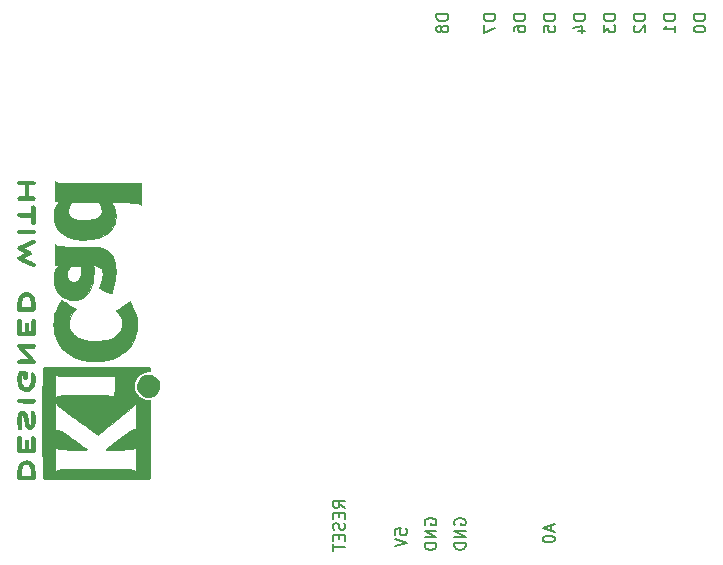
<source format=gbo>
G04 #@! TF.GenerationSoftware,KiCad,Pcbnew,(2017-11-08 revision cd21218)-HEAD*
G04 #@! TF.CreationDate,2018-02-05T18:12:23+02:00*
G04 #@! TF.ProjectId,esp8266_uno_relay,657370383236365F756E6F5F72656C61,rev?*
G04 #@! TF.SameCoordinates,Original*
G04 #@! TF.FileFunction,Legend,Bot*
G04 #@! TF.FilePolarity,Positive*
%FSLAX46Y46*%
G04 Gerber Fmt 4.6, Leading zero omitted, Abs format (unit mm)*
G04 Created by KiCad (PCBNEW (2017-11-08 revision cd21218)-HEAD) date Mon Feb  5 18:12:23 2018*
%MOMM*%
%LPD*%
G01*
G04 APERTURE LIST*
%ADD10C,0.150000*%
%ADD11C,0.010000*%
%ADD12C,3.600000*%
%ADD13C,4.600000*%
%ADD14C,2.800000*%
%ADD15O,2.000000X2.000000*%
%ADD16R,2.000000X2.000000*%
%ADD17R,2.900000X2.900000*%
%ADD18C,2.900000*%
%ADD19C,2.400000*%
G04 APERTURE END LIST*
D10*
X147750000Y-140238095D02*
X147702380Y-140142857D01*
X147702380Y-140000000D01*
X147750000Y-139857142D01*
X147845238Y-139761904D01*
X147940476Y-139714285D01*
X148130952Y-139666666D01*
X148273809Y-139666666D01*
X148464285Y-139714285D01*
X148559523Y-139761904D01*
X148654761Y-139857142D01*
X148702380Y-140000000D01*
X148702380Y-140095238D01*
X148654761Y-140238095D01*
X148607142Y-140285714D01*
X148273809Y-140285714D01*
X148273809Y-140095238D01*
X148702380Y-140714285D02*
X147702380Y-140714285D01*
X148702380Y-141285714D01*
X147702380Y-141285714D01*
X148702380Y-141761904D02*
X147702380Y-141761904D01*
X147702380Y-142000000D01*
X147750000Y-142142857D01*
X147845238Y-142238095D01*
X147940476Y-142285714D01*
X148130952Y-142333333D01*
X148273809Y-142333333D01*
X148464285Y-142285714D01*
X148559523Y-142238095D01*
X148654761Y-142142857D01*
X148702380Y-142000000D01*
X148702380Y-141761904D01*
X142702380Y-141059523D02*
X142702380Y-140583333D01*
X143178571Y-140535714D01*
X143130952Y-140583333D01*
X143083333Y-140678571D01*
X143083333Y-140916666D01*
X143130952Y-141011904D01*
X143178571Y-141059523D01*
X143273809Y-141107142D01*
X143511904Y-141107142D01*
X143607142Y-141059523D01*
X143654761Y-141011904D01*
X143702380Y-140916666D01*
X143702380Y-140678571D01*
X143654761Y-140583333D01*
X143607142Y-140535714D01*
X142702380Y-141392857D02*
X143702380Y-141726190D01*
X142702380Y-142059523D01*
X155916666Y-140285714D02*
X155916666Y-140761904D01*
X156202380Y-140190476D02*
X155202380Y-140523809D01*
X156202380Y-140857142D01*
X155202380Y-141380952D02*
X155202380Y-141476190D01*
X155250000Y-141571428D01*
X155297619Y-141619047D01*
X155392857Y-141666666D01*
X155583333Y-141714285D01*
X155821428Y-141714285D01*
X156011904Y-141666666D01*
X156107142Y-141619047D01*
X156154761Y-141571428D01*
X156202380Y-141476190D01*
X156202380Y-141380952D01*
X156154761Y-141285714D01*
X156107142Y-141238095D01*
X156011904Y-141190476D01*
X155821428Y-141142857D01*
X155583333Y-141142857D01*
X155392857Y-141190476D01*
X155297619Y-141238095D01*
X155250000Y-141285714D01*
X155202380Y-141380952D01*
X138452380Y-138797619D02*
X137976190Y-138464285D01*
X138452380Y-138226190D02*
X137452380Y-138226190D01*
X137452380Y-138607142D01*
X137500000Y-138702380D01*
X137547619Y-138750000D01*
X137642857Y-138797619D01*
X137785714Y-138797619D01*
X137880952Y-138750000D01*
X137928571Y-138702380D01*
X137976190Y-138607142D01*
X137976190Y-138226190D01*
X137928571Y-139226190D02*
X137928571Y-139559523D01*
X138452380Y-139702380D02*
X138452380Y-139226190D01*
X137452380Y-139226190D01*
X137452380Y-139702380D01*
X138404761Y-140083333D02*
X138452380Y-140226190D01*
X138452380Y-140464285D01*
X138404761Y-140559523D01*
X138357142Y-140607142D01*
X138261904Y-140654761D01*
X138166666Y-140654761D01*
X138071428Y-140607142D01*
X138023809Y-140559523D01*
X137976190Y-140464285D01*
X137928571Y-140273809D01*
X137880952Y-140178571D01*
X137833333Y-140130952D01*
X137738095Y-140083333D01*
X137642857Y-140083333D01*
X137547619Y-140130952D01*
X137500000Y-140178571D01*
X137452380Y-140273809D01*
X137452380Y-140511904D01*
X137500000Y-140654761D01*
X137928571Y-141083333D02*
X137928571Y-141416666D01*
X138452380Y-141559523D02*
X138452380Y-141083333D01*
X137452380Y-141083333D01*
X137452380Y-141559523D01*
X137452380Y-141845238D02*
X137452380Y-142416666D01*
X138452380Y-142130952D02*
X137452380Y-142130952D01*
X145250000Y-140238095D02*
X145202380Y-140142857D01*
X145202380Y-140000000D01*
X145250000Y-139857142D01*
X145345238Y-139761904D01*
X145440476Y-139714285D01*
X145630952Y-139666666D01*
X145773809Y-139666666D01*
X145964285Y-139714285D01*
X146059523Y-139761904D01*
X146154761Y-139857142D01*
X146202380Y-140000000D01*
X146202380Y-140095238D01*
X146154761Y-140238095D01*
X146107142Y-140285714D01*
X145773809Y-140285714D01*
X145773809Y-140095238D01*
X146202380Y-140714285D02*
X145202380Y-140714285D01*
X146202380Y-141285714D01*
X145202380Y-141285714D01*
X146202380Y-141761904D02*
X145202380Y-141761904D01*
X145202380Y-142000000D01*
X145250000Y-142142857D01*
X145345238Y-142238095D01*
X145440476Y-142285714D01*
X145630952Y-142333333D01*
X145773809Y-142333333D01*
X145964285Y-142285714D01*
X146059523Y-142238095D01*
X146154761Y-142142857D01*
X146202380Y-142000000D01*
X146202380Y-141761904D01*
X166442380Y-97011904D02*
X165442380Y-97011904D01*
X165442380Y-97250000D01*
X165490000Y-97392857D01*
X165585238Y-97488095D01*
X165680476Y-97535714D01*
X165870952Y-97583333D01*
X166013809Y-97583333D01*
X166204285Y-97535714D01*
X166299523Y-97488095D01*
X166394761Y-97392857D01*
X166442380Y-97250000D01*
X166442380Y-97011904D01*
X166442380Y-98535714D02*
X166442380Y-97964285D01*
X166442380Y-98250000D02*
X165442380Y-98250000D01*
X165585238Y-98154761D01*
X165680476Y-98059523D01*
X165728095Y-97964285D01*
X153742380Y-97011904D02*
X152742380Y-97011904D01*
X152742380Y-97250000D01*
X152790000Y-97392857D01*
X152885238Y-97488095D01*
X152980476Y-97535714D01*
X153170952Y-97583333D01*
X153313809Y-97583333D01*
X153504285Y-97535714D01*
X153599523Y-97488095D01*
X153694761Y-97392857D01*
X153742380Y-97250000D01*
X153742380Y-97011904D01*
X152742380Y-98440476D02*
X152742380Y-98250000D01*
X152790000Y-98154761D01*
X152837619Y-98107142D01*
X152980476Y-98011904D01*
X153170952Y-97964285D01*
X153551904Y-97964285D01*
X153647142Y-98011904D01*
X153694761Y-98059523D01*
X153742380Y-98154761D01*
X153742380Y-98345238D01*
X153694761Y-98440476D01*
X153647142Y-98488095D01*
X153551904Y-98535714D01*
X153313809Y-98535714D01*
X153218571Y-98488095D01*
X153170952Y-98440476D01*
X153123333Y-98345238D01*
X153123333Y-98154761D01*
X153170952Y-98059523D01*
X153218571Y-98011904D01*
X153313809Y-97964285D01*
X156282380Y-97011904D02*
X155282380Y-97011904D01*
X155282380Y-97250000D01*
X155330000Y-97392857D01*
X155425238Y-97488095D01*
X155520476Y-97535714D01*
X155710952Y-97583333D01*
X155853809Y-97583333D01*
X156044285Y-97535714D01*
X156139523Y-97488095D01*
X156234761Y-97392857D01*
X156282380Y-97250000D01*
X156282380Y-97011904D01*
X155282380Y-98488095D02*
X155282380Y-98011904D01*
X155758571Y-97964285D01*
X155710952Y-98011904D01*
X155663333Y-98107142D01*
X155663333Y-98345238D01*
X155710952Y-98440476D01*
X155758571Y-98488095D01*
X155853809Y-98535714D01*
X156091904Y-98535714D01*
X156187142Y-98488095D01*
X156234761Y-98440476D01*
X156282380Y-98345238D01*
X156282380Y-98107142D01*
X156234761Y-98011904D01*
X156187142Y-97964285D01*
X147202380Y-97011904D02*
X146202380Y-97011904D01*
X146202380Y-97250000D01*
X146250000Y-97392857D01*
X146345238Y-97488095D01*
X146440476Y-97535714D01*
X146630952Y-97583333D01*
X146773809Y-97583333D01*
X146964285Y-97535714D01*
X147059523Y-97488095D01*
X147154761Y-97392857D01*
X147202380Y-97250000D01*
X147202380Y-97011904D01*
X146630952Y-98154761D02*
X146583333Y-98059523D01*
X146535714Y-98011904D01*
X146440476Y-97964285D01*
X146392857Y-97964285D01*
X146297619Y-98011904D01*
X146250000Y-98059523D01*
X146202380Y-98154761D01*
X146202380Y-98345238D01*
X146250000Y-98440476D01*
X146297619Y-98488095D01*
X146392857Y-98535714D01*
X146440476Y-98535714D01*
X146535714Y-98488095D01*
X146583333Y-98440476D01*
X146630952Y-98345238D01*
X146630952Y-98154761D01*
X146678571Y-98059523D01*
X146726190Y-98011904D01*
X146821428Y-97964285D01*
X147011904Y-97964285D01*
X147107142Y-98011904D01*
X147154761Y-98059523D01*
X147202380Y-98154761D01*
X147202380Y-98345238D01*
X147154761Y-98440476D01*
X147107142Y-98488095D01*
X147011904Y-98535714D01*
X146821428Y-98535714D01*
X146726190Y-98488095D01*
X146678571Y-98440476D01*
X146630952Y-98345238D01*
X161362380Y-97011904D02*
X160362380Y-97011904D01*
X160362380Y-97250000D01*
X160410000Y-97392857D01*
X160505238Y-97488095D01*
X160600476Y-97535714D01*
X160790952Y-97583333D01*
X160933809Y-97583333D01*
X161124285Y-97535714D01*
X161219523Y-97488095D01*
X161314761Y-97392857D01*
X161362380Y-97250000D01*
X161362380Y-97011904D01*
X160362380Y-97916666D02*
X160362380Y-98535714D01*
X160743333Y-98202380D01*
X160743333Y-98345238D01*
X160790952Y-98440476D01*
X160838571Y-98488095D01*
X160933809Y-98535714D01*
X161171904Y-98535714D01*
X161267142Y-98488095D01*
X161314761Y-98440476D01*
X161362380Y-98345238D01*
X161362380Y-98059523D01*
X161314761Y-97964285D01*
X161267142Y-97916666D01*
X168982380Y-97011904D02*
X167982380Y-97011904D01*
X167982380Y-97250000D01*
X168030000Y-97392857D01*
X168125238Y-97488095D01*
X168220476Y-97535714D01*
X168410952Y-97583333D01*
X168553809Y-97583333D01*
X168744285Y-97535714D01*
X168839523Y-97488095D01*
X168934761Y-97392857D01*
X168982380Y-97250000D01*
X168982380Y-97011904D01*
X167982380Y-98202380D02*
X167982380Y-98297619D01*
X168030000Y-98392857D01*
X168077619Y-98440476D01*
X168172857Y-98488095D01*
X168363333Y-98535714D01*
X168601428Y-98535714D01*
X168791904Y-98488095D01*
X168887142Y-98440476D01*
X168934761Y-98392857D01*
X168982380Y-98297619D01*
X168982380Y-98202380D01*
X168934761Y-98107142D01*
X168887142Y-98059523D01*
X168791904Y-98011904D01*
X168601428Y-97964285D01*
X168363333Y-97964285D01*
X168172857Y-98011904D01*
X168077619Y-98059523D01*
X168030000Y-98107142D01*
X167982380Y-98202380D01*
X163902380Y-97011904D02*
X162902380Y-97011904D01*
X162902380Y-97250000D01*
X162950000Y-97392857D01*
X163045238Y-97488095D01*
X163140476Y-97535714D01*
X163330952Y-97583333D01*
X163473809Y-97583333D01*
X163664285Y-97535714D01*
X163759523Y-97488095D01*
X163854761Y-97392857D01*
X163902380Y-97250000D01*
X163902380Y-97011904D01*
X162997619Y-97964285D02*
X162950000Y-98011904D01*
X162902380Y-98107142D01*
X162902380Y-98345238D01*
X162950000Y-98440476D01*
X162997619Y-98488095D01*
X163092857Y-98535714D01*
X163188095Y-98535714D01*
X163330952Y-98488095D01*
X163902380Y-97916666D01*
X163902380Y-98535714D01*
X158822380Y-97011904D02*
X157822380Y-97011904D01*
X157822380Y-97250000D01*
X157870000Y-97392857D01*
X157965238Y-97488095D01*
X158060476Y-97535714D01*
X158250952Y-97583333D01*
X158393809Y-97583333D01*
X158584285Y-97535714D01*
X158679523Y-97488095D01*
X158774761Y-97392857D01*
X158822380Y-97250000D01*
X158822380Y-97011904D01*
X158155714Y-98440476D02*
X158822380Y-98440476D01*
X157774761Y-98202380D02*
X158489047Y-97964285D01*
X158489047Y-98583333D01*
X151202380Y-97011904D02*
X150202380Y-97011904D01*
X150202380Y-97250000D01*
X150250000Y-97392857D01*
X150345238Y-97488095D01*
X150440476Y-97535714D01*
X150630952Y-97583333D01*
X150773809Y-97583333D01*
X150964285Y-97535714D01*
X151059523Y-97488095D01*
X151154761Y-97392857D01*
X151202380Y-97250000D01*
X151202380Y-97011904D01*
X150202380Y-97916666D02*
X150202380Y-98583333D01*
X151202380Y-98154761D01*
D11*
G36*
X122723406Y-128316380D02*
X122674714Y-128122970D01*
X122588668Y-127949029D01*
X122468579Y-127798740D01*
X122317757Y-127676284D01*
X122139514Y-127585845D01*
X121946033Y-127533086D01*
X121750636Y-127521332D01*
X121562080Y-127551173D01*
X121385581Y-127618874D01*
X121226355Y-127720703D01*
X121089615Y-127852925D01*
X120980578Y-128011808D01*
X120904460Y-128193617D01*
X120879502Y-128296606D01*
X120864392Y-128385999D01*
X120858421Y-128454909D01*
X120862087Y-128521124D01*
X120875887Y-128602434D01*
X120889900Y-128668922D01*
X120953200Y-128856588D01*
X121055904Y-129024681D01*
X121194898Y-129169416D01*
X121367065Y-129287007D01*
X121421786Y-129315029D01*
X121494845Y-129348051D01*
X121556197Y-129368760D01*
X121620748Y-129379941D01*
X121703401Y-129384380D01*
X121795982Y-129384939D01*
X121965451Y-129376729D01*
X122104627Y-129349779D01*
X122226418Y-129299174D01*
X122343728Y-129220002D01*
X122432651Y-129142562D01*
X122564875Y-128998136D01*
X122656145Y-128847279D01*
X122710792Y-128681038D01*
X122731433Y-128525078D01*
X122723406Y-128316380D01*
X122723406Y-128316380D01*
G37*
X122723406Y-128316380D02*
X122674714Y-128122970D01*
X122588668Y-127949029D01*
X122468579Y-127798740D01*
X122317757Y-127676284D01*
X122139514Y-127585845D01*
X121946033Y-127533086D01*
X121750636Y-127521332D01*
X121562080Y-127551173D01*
X121385581Y-127618874D01*
X121226355Y-127720703D01*
X121089615Y-127852925D01*
X120980578Y-128011808D01*
X120904460Y-128193617D01*
X120879502Y-128296606D01*
X120864392Y-128385999D01*
X120858421Y-128454909D01*
X120862087Y-128521124D01*
X120875887Y-128602434D01*
X120889900Y-128668922D01*
X120953200Y-128856588D01*
X121055904Y-129024681D01*
X121194898Y-129169416D01*
X121367065Y-129287007D01*
X121421786Y-129315029D01*
X121494845Y-129348051D01*
X121556197Y-129368760D01*
X121620748Y-129379941D01*
X121703401Y-129384380D01*
X121795982Y-129384939D01*
X121965451Y-129376729D01*
X122104627Y-129349779D01*
X122226418Y-129299174D01*
X122343728Y-129220002D01*
X122432651Y-129142562D01*
X122564875Y-128998136D01*
X122656145Y-128847279D01*
X122710792Y-128681038D01*
X122731433Y-128525078D01*
X122723406Y-128316380D01*
G36*
X117810223Y-111321749D02*
X117339295Y-111321710D01*
X116911512Y-111321658D01*
X116524662Y-111321512D01*
X116176534Y-111321195D01*
X115864915Y-111320629D01*
X115587594Y-111319735D01*
X115342360Y-111318435D01*
X115126999Y-111316651D01*
X114939300Y-111314303D01*
X114777052Y-111311315D01*
X114638043Y-111307607D01*
X114520060Y-111303101D01*
X114420891Y-111297718D01*
X114338326Y-111291381D01*
X114270152Y-111284012D01*
X114214157Y-111275530D01*
X114168130Y-111265859D01*
X114129857Y-111254921D01*
X114097129Y-111242635D01*
X114067732Y-111228925D01*
X114039456Y-111213712D01*
X114010087Y-111196917D01*
X113991793Y-111186484D01*
X113869821Y-111117648D01*
X113869821Y-112841607D01*
X114062589Y-112841607D01*
X114149704Y-112843077D01*
X114216329Y-112846998D01*
X114252050Y-112852641D01*
X114255357Y-112855136D01*
X114241528Y-112878082D01*
X114205683Y-112923714D01*
X114166761Y-112969316D01*
X114084928Y-113078973D01*
X114002555Y-113218550D01*
X113927209Y-113373341D01*
X113866457Y-113528640D01*
X113847074Y-113590620D01*
X113817812Y-113728227D01*
X113797801Y-113894669D01*
X113787669Y-114074254D01*
X113788044Y-114251287D01*
X113799555Y-114410075D01*
X113811223Y-114485803D01*
X113887686Y-114763230D01*
X114003649Y-115018969D01*
X114158058Y-115251645D01*
X114349856Y-115459881D01*
X114577988Y-115642299D01*
X114800574Y-115776499D01*
X115035128Y-115886724D01*
X115274892Y-115971100D01*
X115528004Y-116031361D01*
X115802602Y-116069241D01*
X116106826Y-116086474D01*
X116262411Y-116087934D01*
X116376473Y-116083726D01*
X116376473Y-114418091D01*
X116189505Y-114417673D01*
X116013342Y-114411821D01*
X115858494Y-114400446D01*
X115735473Y-114383460D01*
X115710681Y-114378270D01*
X115495157Y-114314384D01*
X115320330Y-114230694D01*
X115185763Y-114126502D01*
X115091017Y-114001109D01*
X115035650Y-113853815D01*
X115019226Y-113683923D01*
X115041305Y-113490733D01*
X115072889Y-113363214D01*
X115109431Y-113264489D01*
X115161358Y-113155748D01*
X115208974Y-113074062D01*
X115302123Y-112932321D01*
X117612775Y-112932321D01*
X117700299Y-113067738D01*
X117782510Y-113225490D01*
X117836049Y-113394613D01*
X117860004Y-113565621D01*
X117853461Y-113729029D01*
X117815507Y-113875353D01*
X117784230Y-113939546D01*
X117697852Y-114055912D01*
X117583801Y-114154264D01*
X117437908Y-114236940D01*
X117256008Y-114306279D01*
X117033931Y-114364620D01*
X117022143Y-114367194D01*
X116897079Y-114387626D01*
X116740771Y-114402979D01*
X116563732Y-114413163D01*
X116376473Y-114418091D01*
X116376473Y-116083726D01*
X116689942Y-116072161D01*
X117083363Y-116028076D01*
X117442413Y-115955786D01*
X117766830Y-115855394D01*
X118056354Y-115727005D01*
X118310724Y-115570722D01*
X118529679Y-115386650D01*
X118712958Y-115174893D01*
X118775136Y-115084161D01*
X118887932Y-114881362D01*
X118967508Y-114673859D01*
X119016043Y-114452700D01*
X119035720Y-114208934D01*
X119033620Y-114023097D01*
X119011590Y-113762631D01*
X118967764Y-113536438D01*
X118900128Y-113337973D01*
X118806669Y-113160694D01*
X118737940Y-113062527D01*
X118693915Y-113003532D01*
X118663840Y-112959957D01*
X118655000Y-112943464D01*
X118676755Y-112940220D01*
X118738335Y-112937627D01*
X118834212Y-112935660D01*
X118958859Y-112934295D01*
X119106750Y-112933505D01*
X119272356Y-112933265D01*
X119450151Y-112933550D01*
X119634607Y-112934335D01*
X119820197Y-112935594D01*
X120001394Y-112937302D01*
X120172670Y-112939433D01*
X120328499Y-112941963D01*
X120463352Y-112944865D01*
X120571703Y-112948114D01*
X120648025Y-112951685D01*
X120662054Y-112952673D01*
X120803514Y-112967895D01*
X120914304Y-112991121D01*
X121008968Y-113026757D01*
X121102048Y-113079209D01*
X121121295Y-113091799D01*
X121195000Y-113140882D01*
X121195000Y-111322143D01*
X117810223Y-111321749D01*
X117810223Y-111321749D01*
G37*
X117810223Y-111321749D02*
X117339295Y-111321710D01*
X116911512Y-111321658D01*
X116524662Y-111321512D01*
X116176534Y-111321195D01*
X115864915Y-111320629D01*
X115587594Y-111319735D01*
X115342360Y-111318435D01*
X115126999Y-111316651D01*
X114939300Y-111314303D01*
X114777052Y-111311315D01*
X114638043Y-111307607D01*
X114520060Y-111303101D01*
X114420891Y-111297718D01*
X114338326Y-111291381D01*
X114270152Y-111284012D01*
X114214157Y-111275530D01*
X114168130Y-111265859D01*
X114129857Y-111254921D01*
X114097129Y-111242635D01*
X114067732Y-111228925D01*
X114039456Y-111213712D01*
X114010087Y-111196917D01*
X113991793Y-111186484D01*
X113869821Y-111117648D01*
X113869821Y-112841607D01*
X114062589Y-112841607D01*
X114149704Y-112843077D01*
X114216329Y-112846998D01*
X114252050Y-112852641D01*
X114255357Y-112855136D01*
X114241528Y-112878082D01*
X114205683Y-112923714D01*
X114166761Y-112969316D01*
X114084928Y-113078973D01*
X114002555Y-113218550D01*
X113927209Y-113373341D01*
X113866457Y-113528640D01*
X113847074Y-113590620D01*
X113817812Y-113728227D01*
X113797801Y-113894669D01*
X113787669Y-114074254D01*
X113788044Y-114251287D01*
X113799555Y-114410075D01*
X113811223Y-114485803D01*
X113887686Y-114763230D01*
X114003649Y-115018969D01*
X114158058Y-115251645D01*
X114349856Y-115459881D01*
X114577988Y-115642299D01*
X114800574Y-115776499D01*
X115035128Y-115886724D01*
X115274892Y-115971100D01*
X115528004Y-116031361D01*
X115802602Y-116069241D01*
X116106826Y-116086474D01*
X116262411Y-116087934D01*
X116376473Y-116083726D01*
X116376473Y-114418091D01*
X116189505Y-114417673D01*
X116013342Y-114411821D01*
X115858494Y-114400446D01*
X115735473Y-114383460D01*
X115710681Y-114378270D01*
X115495157Y-114314384D01*
X115320330Y-114230694D01*
X115185763Y-114126502D01*
X115091017Y-114001109D01*
X115035650Y-113853815D01*
X115019226Y-113683923D01*
X115041305Y-113490733D01*
X115072889Y-113363214D01*
X115109431Y-113264489D01*
X115161358Y-113155748D01*
X115208974Y-113074062D01*
X115302123Y-112932321D01*
X117612775Y-112932321D01*
X117700299Y-113067738D01*
X117782510Y-113225490D01*
X117836049Y-113394613D01*
X117860004Y-113565621D01*
X117853461Y-113729029D01*
X117815507Y-113875353D01*
X117784230Y-113939546D01*
X117697852Y-114055912D01*
X117583801Y-114154264D01*
X117437908Y-114236940D01*
X117256008Y-114306279D01*
X117033931Y-114364620D01*
X117022143Y-114367194D01*
X116897079Y-114387626D01*
X116740771Y-114402979D01*
X116563732Y-114413163D01*
X116376473Y-114418091D01*
X116376473Y-116083726D01*
X116689942Y-116072161D01*
X117083363Y-116028076D01*
X117442413Y-115955786D01*
X117766830Y-115855394D01*
X118056354Y-115727005D01*
X118310724Y-115570722D01*
X118529679Y-115386650D01*
X118712958Y-115174893D01*
X118775136Y-115084161D01*
X118887932Y-114881362D01*
X118967508Y-114673859D01*
X119016043Y-114452700D01*
X119035720Y-114208934D01*
X119033620Y-114023097D01*
X119011590Y-113762631D01*
X118967764Y-113536438D01*
X118900128Y-113337973D01*
X118806669Y-113160694D01*
X118737940Y-113062527D01*
X118693915Y-113003532D01*
X118663840Y-112959957D01*
X118655000Y-112943464D01*
X118676755Y-112940220D01*
X118738335Y-112937627D01*
X118834212Y-112935660D01*
X118958859Y-112934295D01*
X119106750Y-112933505D01*
X119272356Y-112933265D01*
X119450151Y-112933550D01*
X119634607Y-112934335D01*
X119820197Y-112935594D01*
X120001394Y-112937302D01*
X120172670Y-112939433D01*
X120328499Y-112941963D01*
X120463352Y-112944865D01*
X120571703Y-112948114D01*
X120648025Y-112951685D01*
X120662054Y-112952673D01*
X120803514Y-112967895D01*
X120914304Y-112991121D01*
X121008968Y-113026757D01*
X121102048Y-113079209D01*
X121121295Y-113091799D01*
X121195000Y-113140882D01*
X121195000Y-111322143D01*
X117810223Y-111321749D01*
G36*
X119027016Y-118378981D02*
X118986808Y-118073788D01*
X118919238Y-117802052D01*
X118823767Y-117562019D01*
X118699857Y-117351934D01*
X118572169Y-117196022D01*
X118423239Y-117057726D01*
X118262983Y-116949764D01*
X118077719Y-116863573D01*
X117991195Y-116832486D01*
X117912885Y-116806653D01*
X117840268Y-116784149D01*
X117769664Y-116764714D01*
X117697390Y-116748088D01*
X117619766Y-116734011D01*
X117533110Y-116722221D01*
X117433741Y-116712460D01*
X117317978Y-116704465D01*
X117182139Y-116697978D01*
X117022543Y-116692736D01*
X116835509Y-116688481D01*
X116617356Y-116684952D01*
X116364402Y-116681888D01*
X116072967Y-116679028D01*
X115786161Y-116676513D01*
X115472385Y-116673848D01*
X115200636Y-116671426D01*
X114967587Y-116668996D01*
X114769910Y-116666305D01*
X114604278Y-116663101D01*
X114467364Y-116659134D01*
X114355840Y-116654149D01*
X114266378Y-116647897D01*
X114195652Y-116640124D01*
X114140334Y-116630580D01*
X114097097Y-116619011D01*
X114062612Y-116605166D01*
X114033554Y-116588793D01*
X114006594Y-116569641D01*
X113978406Y-116547457D01*
X113967491Y-116538817D01*
X113921610Y-116507037D01*
X113890365Y-116492902D01*
X113889442Y-116492857D01*
X113885025Y-116514708D01*
X113880955Y-116576956D01*
X113877348Y-116674639D01*
X113874317Y-116802796D01*
X113871977Y-116956468D01*
X113870442Y-117130693D01*
X113869828Y-117320510D01*
X113869821Y-117342420D01*
X113869821Y-118191984D01*
X114062812Y-118198536D01*
X114255803Y-118205089D01*
X114153373Y-118329821D01*
X114017743Y-118525350D01*
X113907871Y-118746134D01*
X113847143Y-118919835D01*
X113817635Y-119058593D01*
X113797560Y-119226042D01*
X113787542Y-119406376D01*
X113788210Y-119583793D01*
X113800188Y-119742487D01*
X113811666Y-119815268D01*
X113887728Y-120096555D01*
X113997904Y-120350535D01*
X114140554Y-120575371D01*
X114314038Y-120769226D01*
X114516716Y-120930266D01*
X114746946Y-121056654D01*
X115000255Y-121145801D01*
X115113927Y-121170580D01*
X115238881Y-121185867D01*
X115389226Y-121193157D01*
X115457321Y-121194151D01*
X115463720Y-121194020D01*
X115463720Y-119667359D01*
X115312947Y-119648688D01*
X115184723Y-119592063D01*
X115072950Y-119494693D01*
X115064086Y-119484534D01*
X114994121Y-119387514D01*
X114948756Y-119283635D01*
X114924808Y-119161629D01*
X114919096Y-119010230D01*
X114919910Y-118973853D01*
X114925239Y-118865736D01*
X114936120Y-118785319D01*
X114956538Y-118714973D01*
X114990480Y-118637069D01*
X115000883Y-118615690D01*
X115072859Y-118493846D01*
X115158504Y-118399791D01*
X115189116Y-118374203D01*
X115302644Y-118284464D01*
X115696145Y-118284464D01*
X115854140Y-118285540D01*
X115970559Y-118288935D01*
X116049135Y-118294898D01*
X116093601Y-118303679D01*
X116106592Y-118311885D01*
X116112948Y-118343878D01*
X116118216Y-118411746D01*
X116121899Y-118506013D01*
X116123501Y-118617200D01*
X116123531Y-118635055D01*
X116112977Y-118877684D01*
X116080498Y-119083941D01*
X116024855Y-119257821D01*
X115944805Y-119403319D01*
X115850486Y-119513669D01*
X115734196Y-119603161D01*
X115607537Y-119652830D01*
X115463720Y-119667359D01*
X115463720Y-121194020D01*
X115645669Y-121190267D01*
X115804172Y-121173504D01*
X115947253Y-121140867D01*
X116089335Y-121089365D01*
X116194546Y-121041158D01*
X116385991Y-120923397D01*
X116562829Y-120766506D01*
X116721840Y-120575259D01*
X116859808Y-120354431D01*
X116973512Y-120108795D01*
X117059735Y-119843126D01*
X117089747Y-119713214D01*
X117134154Y-119439635D01*
X117163451Y-119141418D01*
X117176269Y-118837154D01*
X117172990Y-118582907D01*
X117159371Y-118257688D01*
X117277855Y-118272594D01*
X117477047Y-118311352D01*
X117639208Y-118373897D01*
X117765582Y-118461959D01*
X117857410Y-118577268D01*
X117915937Y-118721554D01*
X117942406Y-118896547D01*
X117938059Y-119103978D01*
X117930021Y-119180268D01*
X117879461Y-119463909D01*
X117797026Y-119738757D01*
X117720684Y-119928660D01*
X117681762Y-120019383D01*
X117650482Y-120096591D01*
X117631107Y-120149529D01*
X117626993Y-120164974D01*
X117645231Y-120184550D01*
X117703429Y-120218136D01*
X117802243Y-120266050D01*
X117942331Y-120328607D01*
X118124351Y-120406123D01*
X118156071Y-120419377D01*
X118301351Y-120479758D01*
X118432629Y-120533958D01*
X118544163Y-120579636D01*
X118630213Y-120614452D01*
X118685039Y-120636064D01*
X118702796Y-120642305D01*
X118712348Y-120622218D01*
X118722949Y-120569430D01*
X118730341Y-120512634D01*
X118739897Y-120452050D01*
X118758872Y-120356049D01*
X118785406Y-120233144D01*
X118817639Y-120091850D01*
X118853711Y-119940680D01*
X118867818Y-119883303D01*
X118919223Y-119672243D01*
X118959527Y-119496133D01*
X118990018Y-119346291D01*
X119011984Y-119214033D01*
X119026711Y-119090676D01*
X119035489Y-118967540D01*
X119039603Y-118835939D01*
X119040402Y-118719386D01*
X119027016Y-118378981D01*
X119027016Y-118378981D01*
G37*
X119027016Y-118378981D02*
X118986808Y-118073788D01*
X118919238Y-117802052D01*
X118823767Y-117562019D01*
X118699857Y-117351934D01*
X118572169Y-117196022D01*
X118423239Y-117057726D01*
X118262983Y-116949764D01*
X118077719Y-116863573D01*
X117991195Y-116832486D01*
X117912885Y-116806653D01*
X117840268Y-116784149D01*
X117769664Y-116764714D01*
X117697390Y-116748088D01*
X117619766Y-116734011D01*
X117533110Y-116722221D01*
X117433741Y-116712460D01*
X117317978Y-116704465D01*
X117182139Y-116697978D01*
X117022543Y-116692736D01*
X116835509Y-116688481D01*
X116617356Y-116684952D01*
X116364402Y-116681888D01*
X116072967Y-116679028D01*
X115786161Y-116676513D01*
X115472385Y-116673848D01*
X115200636Y-116671426D01*
X114967587Y-116668996D01*
X114769910Y-116666305D01*
X114604278Y-116663101D01*
X114467364Y-116659134D01*
X114355840Y-116654149D01*
X114266378Y-116647897D01*
X114195652Y-116640124D01*
X114140334Y-116630580D01*
X114097097Y-116619011D01*
X114062612Y-116605166D01*
X114033554Y-116588793D01*
X114006594Y-116569641D01*
X113978406Y-116547457D01*
X113967491Y-116538817D01*
X113921610Y-116507037D01*
X113890365Y-116492902D01*
X113889442Y-116492857D01*
X113885025Y-116514708D01*
X113880955Y-116576956D01*
X113877348Y-116674639D01*
X113874317Y-116802796D01*
X113871977Y-116956468D01*
X113870442Y-117130693D01*
X113869828Y-117320510D01*
X113869821Y-117342420D01*
X113869821Y-118191984D01*
X114062812Y-118198536D01*
X114255803Y-118205089D01*
X114153373Y-118329821D01*
X114017743Y-118525350D01*
X113907871Y-118746134D01*
X113847143Y-118919835D01*
X113817635Y-119058593D01*
X113797560Y-119226042D01*
X113787542Y-119406376D01*
X113788210Y-119583793D01*
X113800188Y-119742487D01*
X113811666Y-119815268D01*
X113887728Y-120096555D01*
X113997904Y-120350535D01*
X114140554Y-120575371D01*
X114314038Y-120769226D01*
X114516716Y-120930266D01*
X114746946Y-121056654D01*
X115000255Y-121145801D01*
X115113927Y-121170580D01*
X115238881Y-121185867D01*
X115389226Y-121193157D01*
X115457321Y-121194151D01*
X115463720Y-121194020D01*
X115463720Y-119667359D01*
X115312947Y-119648688D01*
X115184723Y-119592063D01*
X115072950Y-119494693D01*
X115064086Y-119484534D01*
X114994121Y-119387514D01*
X114948756Y-119283635D01*
X114924808Y-119161629D01*
X114919096Y-119010230D01*
X114919910Y-118973853D01*
X114925239Y-118865736D01*
X114936120Y-118785319D01*
X114956538Y-118714973D01*
X114990480Y-118637069D01*
X115000883Y-118615690D01*
X115072859Y-118493846D01*
X115158504Y-118399791D01*
X115189116Y-118374203D01*
X115302644Y-118284464D01*
X115696145Y-118284464D01*
X115854140Y-118285540D01*
X115970559Y-118288935D01*
X116049135Y-118294898D01*
X116093601Y-118303679D01*
X116106592Y-118311885D01*
X116112948Y-118343878D01*
X116118216Y-118411746D01*
X116121899Y-118506013D01*
X116123501Y-118617200D01*
X116123531Y-118635055D01*
X116112977Y-118877684D01*
X116080498Y-119083941D01*
X116024855Y-119257821D01*
X115944805Y-119403319D01*
X115850486Y-119513669D01*
X115734196Y-119603161D01*
X115607537Y-119652830D01*
X115463720Y-119667359D01*
X115463720Y-121194020D01*
X115645669Y-121190267D01*
X115804172Y-121173504D01*
X115947253Y-121140867D01*
X116089335Y-121089365D01*
X116194546Y-121041158D01*
X116385991Y-120923397D01*
X116562829Y-120766506D01*
X116721840Y-120575259D01*
X116859808Y-120354431D01*
X116973512Y-120108795D01*
X117059735Y-119843126D01*
X117089747Y-119713214D01*
X117134154Y-119439635D01*
X117163451Y-119141418D01*
X117176269Y-118837154D01*
X117172990Y-118582907D01*
X117159371Y-118257688D01*
X117277855Y-118272594D01*
X117477047Y-118311352D01*
X117639208Y-118373897D01*
X117765582Y-118461959D01*
X117857410Y-118577268D01*
X117915937Y-118721554D01*
X117942406Y-118896547D01*
X117938059Y-119103978D01*
X117930021Y-119180268D01*
X117879461Y-119463909D01*
X117797026Y-119738757D01*
X117720684Y-119928660D01*
X117681762Y-120019383D01*
X117650482Y-120096591D01*
X117631107Y-120149529D01*
X117626993Y-120164974D01*
X117645231Y-120184550D01*
X117703429Y-120218136D01*
X117802243Y-120266050D01*
X117942331Y-120328607D01*
X118124351Y-120406123D01*
X118156071Y-120419377D01*
X118301351Y-120479758D01*
X118432629Y-120533958D01*
X118544163Y-120579636D01*
X118630213Y-120614452D01*
X118685039Y-120636064D01*
X118702796Y-120642305D01*
X118712348Y-120622218D01*
X118722949Y-120569430D01*
X118730341Y-120512634D01*
X118739897Y-120452050D01*
X118758872Y-120356049D01*
X118785406Y-120233144D01*
X118817639Y-120091850D01*
X118853711Y-119940680D01*
X118867818Y-119883303D01*
X118919223Y-119672243D01*
X118959527Y-119496133D01*
X118990018Y-119346291D01*
X119011984Y-119214033D01*
X119026711Y-119090676D01*
X119035489Y-118967540D01*
X119039603Y-118835939D01*
X119040402Y-118719386D01*
X119027016Y-118378981D01*
G36*
X120870170Y-123090209D02*
X120827634Y-122768497D01*
X120746995Y-122439153D01*
X120627456Y-122098031D01*
X120468217Y-121740985D01*
X120457078Y-121718349D01*
X120400777Y-121602444D01*
X120352407Y-121498889D01*
X120315348Y-121415240D01*
X120292975Y-121359049D01*
X120287857Y-121339821D01*
X120277797Y-121301216D01*
X120269348Y-121291952D01*
X120248389Y-121302204D01*
X120195578Y-121334427D01*
X120116449Y-121384912D01*
X120016537Y-121449949D01*
X119901375Y-121525828D01*
X119776499Y-121608839D01*
X119647442Y-121695271D01*
X119519739Y-121781417D01*
X119398924Y-121863564D01*
X119290531Y-121938004D01*
X119200095Y-122001026D01*
X119133149Y-122048921D01*
X119095229Y-122077979D01*
X119090831Y-122081967D01*
X119100169Y-122102294D01*
X119134676Y-122147175D01*
X119187955Y-122208589D01*
X119217037Y-122240217D01*
X119368272Y-122434057D01*
X119479649Y-122648431D01*
X119550164Y-122880471D01*
X119578812Y-123127308D01*
X119576460Y-123266728D01*
X119541985Y-123510087D01*
X119469900Y-123729498D01*
X119359680Y-123925615D01*
X119210797Y-124099095D01*
X119022725Y-124250593D01*
X118794936Y-124380766D01*
X118620982Y-124455935D01*
X118348371Y-124544032D01*
X118052087Y-124608961D01*
X117739771Y-124650890D01*
X117419062Y-124669987D01*
X117097600Y-124666418D01*
X116783025Y-124640351D01*
X116482978Y-124591953D01*
X116205099Y-124521391D01*
X115957027Y-124428833D01*
X115888214Y-124396124D01*
X115659023Y-124259022D01*
X115465176Y-124097384D01*
X115308252Y-123913585D01*
X115189832Y-123709999D01*
X115111494Y-123488999D01*
X115074819Y-123252960D01*
X115072121Y-123169654D01*
X115094060Y-122925452D01*
X115159986Y-122683502D01*
X115268537Y-122446875D01*
X115418352Y-122218638D01*
X115575704Y-122035007D01*
X115665163Y-121941531D01*
X115067983Y-121577377D01*
X114918996Y-121486779D01*
X114781961Y-121403935D01*
X114661801Y-121331782D01*
X114563442Y-121273259D01*
X114491806Y-121231305D01*
X114451818Y-121208858D01*
X114445601Y-121205941D01*
X114426236Y-121222473D01*
X114391521Y-121273859D01*
X114344744Y-121353602D01*
X114289195Y-121455206D01*
X114228161Y-121572172D01*
X114164930Y-121698004D01*
X114102791Y-121826206D01*
X114045032Y-121950280D01*
X113994940Y-122063729D01*
X113955804Y-122160056D01*
X113938870Y-122207170D01*
X113862903Y-122475895D01*
X113812674Y-122752914D01*
X113786550Y-123049643D01*
X113781873Y-123304352D01*
X113784072Y-123440870D01*
X113788286Y-123572658D01*
X113793995Y-123688031D01*
X113800680Y-123775305D01*
X113804062Y-123803641D01*
X113861990Y-124082912D01*
X113952632Y-124367229D01*
X114070592Y-124643421D01*
X114210473Y-124898314D01*
X114316303Y-125054018D01*
X114533672Y-125309970D01*
X114787937Y-125547632D01*
X115072813Y-125762601D01*
X115382018Y-125950475D01*
X115709269Y-126106853D01*
X115944911Y-126194954D01*
X116313805Y-126295898D01*
X116704636Y-126363194D01*
X117108945Y-126396865D01*
X117518278Y-126396931D01*
X117924177Y-126363412D01*
X118318186Y-126296331D01*
X118691848Y-126195708D01*
X118715128Y-126188041D01*
X119040682Y-126061713D01*
X119337837Y-125907533D01*
X119615004Y-125720272D01*
X119880592Y-125494699D01*
X119971521Y-125406577D01*
X120220511Y-125133077D01*
X120426511Y-124851915D01*
X120591763Y-124558773D01*
X120718510Y-124249335D01*
X120808995Y-123919287D01*
X120844131Y-123727321D01*
X120875403Y-123408435D01*
X120870170Y-123090209D01*
X120870170Y-123090209D01*
G37*
X120870170Y-123090209D02*
X120827634Y-122768497D01*
X120746995Y-122439153D01*
X120627456Y-122098031D01*
X120468217Y-121740985D01*
X120457078Y-121718349D01*
X120400777Y-121602444D01*
X120352407Y-121498889D01*
X120315348Y-121415240D01*
X120292975Y-121359049D01*
X120287857Y-121339821D01*
X120277797Y-121301216D01*
X120269348Y-121291952D01*
X120248389Y-121302204D01*
X120195578Y-121334427D01*
X120116449Y-121384912D01*
X120016537Y-121449949D01*
X119901375Y-121525828D01*
X119776499Y-121608839D01*
X119647442Y-121695271D01*
X119519739Y-121781417D01*
X119398924Y-121863564D01*
X119290531Y-121938004D01*
X119200095Y-122001026D01*
X119133149Y-122048921D01*
X119095229Y-122077979D01*
X119090831Y-122081967D01*
X119100169Y-122102294D01*
X119134676Y-122147175D01*
X119187955Y-122208589D01*
X119217037Y-122240217D01*
X119368272Y-122434057D01*
X119479649Y-122648431D01*
X119550164Y-122880471D01*
X119578812Y-123127308D01*
X119576460Y-123266728D01*
X119541985Y-123510087D01*
X119469900Y-123729498D01*
X119359680Y-123925615D01*
X119210797Y-124099095D01*
X119022725Y-124250593D01*
X118794936Y-124380766D01*
X118620982Y-124455935D01*
X118348371Y-124544032D01*
X118052087Y-124608961D01*
X117739771Y-124650890D01*
X117419062Y-124669987D01*
X117097600Y-124666418D01*
X116783025Y-124640351D01*
X116482978Y-124591953D01*
X116205099Y-124521391D01*
X115957027Y-124428833D01*
X115888214Y-124396124D01*
X115659023Y-124259022D01*
X115465176Y-124097384D01*
X115308252Y-123913585D01*
X115189832Y-123709999D01*
X115111494Y-123488999D01*
X115074819Y-123252960D01*
X115072121Y-123169654D01*
X115094060Y-122925452D01*
X115159986Y-122683502D01*
X115268537Y-122446875D01*
X115418352Y-122218638D01*
X115575704Y-122035007D01*
X115665163Y-121941531D01*
X115067983Y-121577377D01*
X114918996Y-121486779D01*
X114781961Y-121403935D01*
X114661801Y-121331782D01*
X114563442Y-121273259D01*
X114491806Y-121231305D01*
X114451818Y-121208858D01*
X114445601Y-121205941D01*
X114426236Y-121222473D01*
X114391521Y-121273859D01*
X114344744Y-121353602D01*
X114289195Y-121455206D01*
X114228161Y-121572172D01*
X114164930Y-121698004D01*
X114102791Y-121826206D01*
X114045032Y-121950280D01*
X113994940Y-122063729D01*
X113955804Y-122160056D01*
X113938870Y-122207170D01*
X113862903Y-122475895D01*
X113812674Y-122752914D01*
X113786550Y-123049643D01*
X113781873Y-123304352D01*
X113784072Y-123440870D01*
X113788286Y-123572658D01*
X113793995Y-123688031D01*
X113800680Y-123775305D01*
X113804062Y-123803641D01*
X113861990Y-124082912D01*
X113952632Y-124367229D01*
X114070592Y-124643421D01*
X114210473Y-124898314D01*
X114316303Y-125054018D01*
X114533672Y-125309970D01*
X114787937Y-125547632D01*
X115072813Y-125762601D01*
X115382018Y-125950475D01*
X115709269Y-126106853D01*
X115944911Y-126194954D01*
X116313805Y-126295898D01*
X116704636Y-126363194D01*
X117108945Y-126396865D01*
X117518278Y-126396931D01*
X117924177Y-126363412D01*
X118318186Y-126296331D01*
X118691848Y-126195708D01*
X118715128Y-126188041D01*
X119040682Y-126061713D01*
X119337837Y-125907533D01*
X119615004Y-125720272D01*
X119880592Y-125494699D01*
X119971521Y-125406577D01*
X120220511Y-125133077D01*
X120426511Y-124851915D01*
X120591763Y-124558773D01*
X120718510Y-124249335D01*
X120808995Y-123919287D01*
X120844131Y-123727321D01*
X120875403Y-123408435D01*
X120870170Y-123090209D01*
G36*
X121794311Y-129669107D02*
X121565415Y-129647280D01*
X121349209Y-129583763D01*
X121150327Y-129481503D01*
X120973403Y-129343446D01*
X120823071Y-129172538D01*
X120706819Y-128977698D01*
X120627223Y-128764212D01*
X120589920Y-128549229D01*
X120592209Y-128336986D01*
X120631391Y-128131724D01*
X120704766Y-127937680D01*
X120809632Y-127759093D01*
X120943292Y-127600204D01*
X121103043Y-127465250D01*
X121286186Y-127358471D01*
X121490022Y-127284105D01*
X121711849Y-127246392D01*
X121812086Y-127242500D01*
X121988750Y-127242500D01*
X121988750Y-127138178D01*
X121983035Y-127065239D01*
X121959331Y-127011204D01*
X121911643Y-126956750D01*
X121834536Y-126879643D01*
X117431827Y-126879643D01*
X116905211Y-126879661D01*
X116422061Y-126879726D01*
X115980485Y-126879854D01*
X115578591Y-126880062D01*
X115214488Y-126880366D01*
X114886285Y-126880783D01*
X114592089Y-126881328D01*
X114330010Y-126882019D01*
X114098155Y-126882872D01*
X113894634Y-126883902D01*
X113717554Y-126885127D01*
X113565024Y-126886563D01*
X113435153Y-126888226D01*
X113326049Y-126890133D01*
X113235821Y-126892299D01*
X113162576Y-126894742D01*
X113104424Y-126897478D01*
X113059472Y-126900523D01*
X113025830Y-126903893D01*
X113001605Y-126907606D01*
X112984907Y-126911676D01*
X112973843Y-126916122D01*
X112970126Y-126918296D01*
X112956040Y-126926659D01*
X112943089Y-126933760D01*
X112931228Y-126941453D01*
X112920407Y-126951593D01*
X112910580Y-126966034D01*
X112901700Y-126986631D01*
X112893718Y-127015239D01*
X112886588Y-127053711D01*
X112880262Y-127103903D01*
X112874692Y-127167669D01*
X112869832Y-127246864D01*
X112865634Y-127343342D01*
X112862050Y-127458958D01*
X112859032Y-127595565D01*
X112856535Y-127755020D01*
X112854510Y-127939175D01*
X112852909Y-128149886D01*
X112851686Y-128389008D01*
X112850792Y-128658395D01*
X112850181Y-128959900D01*
X112849806Y-129295380D01*
X112849617Y-129666688D01*
X112849569Y-130075679D01*
X112849614Y-130524208D01*
X112849705Y-131014128D01*
X112849793Y-131547295D01*
X112849802Y-131624405D01*
X112849889Y-132160745D01*
X112850031Y-132653575D01*
X112850242Y-133104742D01*
X112850538Y-133516093D01*
X112850933Y-133889476D01*
X112851441Y-134226738D01*
X112852076Y-134529725D01*
X112852854Y-134800286D01*
X112853789Y-135040267D01*
X112854895Y-135251515D01*
X112856187Y-135435878D01*
X112857680Y-135595202D01*
X112859387Y-135731335D01*
X112861324Y-135846125D01*
X112863504Y-135941417D01*
X112865943Y-136019060D01*
X112868655Y-136080900D01*
X112871654Y-136128785D01*
X112874955Y-136164562D01*
X112878573Y-136190078D01*
X112882521Y-136207181D01*
X112885873Y-136215935D01*
X112893046Y-136232935D01*
X112898341Y-136248542D01*
X112903638Y-136262816D01*
X112910812Y-136275816D01*
X112921744Y-136287600D01*
X112938309Y-136298228D01*
X112962386Y-136307759D01*
X112995853Y-136316253D01*
X113040587Y-136323769D01*
X113098467Y-136330366D01*
X113171369Y-136336104D01*
X113261172Y-136341040D01*
X113369754Y-136345236D01*
X113498993Y-136348750D01*
X113650765Y-136351641D01*
X113826950Y-136353968D01*
X114029424Y-136355791D01*
X114260065Y-136357170D01*
X114520752Y-136358162D01*
X114813362Y-136358828D01*
X115139773Y-136359227D01*
X115501862Y-136359417D01*
X115901508Y-136359459D01*
X116340588Y-136359412D01*
X116820980Y-136359334D01*
X117344562Y-136359286D01*
X117429241Y-136359285D01*
X117957382Y-136359313D01*
X118442057Y-136359363D01*
X118885159Y-136359385D01*
X119288579Y-136359326D01*
X119654209Y-136359136D01*
X119983940Y-136358763D01*
X120279666Y-136358154D01*
X120543276Y-136357260D01*
X120764107Y-136356096D01*
X120764107Y-135747716D01*
X120647902Y-135667781D01*
X120616225Y-135645340D01*
X120588177Y-135625109D01*
X120561372Y-135606973D01*
X120533429Y-135590820D01*
X120501964Y-135576534D01*
X120464594Y-135564001D01*
X120418934Y-135553107D01*
X120362601Y-135543739D01*
X120293213Y-135535782D01*
X120208386Y-135529122D01*
X120105736Y-135523644D01*
X119982880Y-135519236D01*
X119837434Y-135515782D01*
X119667016Y-135513168D01*
X119469241Y-135511281D01*
X119241726Y-135510006D01*
X118982089Y-135509230D01*
X118687945Y-135508837D01*
X118356910Y-135508714D01*
X117986603Y-135508747D01*
X117574639Y-135508822D01*
X117328304Y-135508839D01*
X116892468Y-135508791D01*
X116499604Y-135508723D01*
X116147325Y-135508747D01*
X115833244Y-135508977D01*
X115554975Y-135509525D01*
X115310133Y-135510504D01*
X115096331Y-135512028D01*
X114911183Y-135514209D01*
X114752304Y-135517160D01*
X114617306Y-135520994D01*
X114503804Y-135525825D01*
X114409412Y-135531765D01*
X114331743Y-135538926D01*
X114268412Y-135547423D01*
X114217032Y-135557368D01*
X114175217Y-135568873D01*
X114140582Y-135582053D01*
X114110739Y-135597019D01*
X114083304Y-135613885D01*
X114055889Y-135632764D01*
X114026109Y-135653768D01*
X114008248Y-135666004D01*
X113892500Y-135743897D01*
X113892500Y-134676023D01*
X113892570Y-134428425D01*
X113892872Y-134222518D01*
X113893548Y-134054637D01*
X113894739Y-133921116D01*
X113896585Y-133818290D01*
X113899228Y-133742492D01*
X113902807Y-133690057D01*
X113907465Y-133657320D01*
X113913341Y-133640614D01*
X113920577Y-133636275D01*
X113929314Y-133640636D01*
X113932188Y-133643039D01*
X114006661Y-133693563D01*
X114112735Y-133745590D01*
X114237292Y-133793019D01*
X114290354Y-133809631D01*
X114326397Y-133818906D01*
X114368707Y-133826744D01*
X114421474Y-133833310D01*
X114488887Y-133838769D01*
X114575137Y-133843288D01*
X114684412Y-133847030D01*
X114820902Y-133850161D01*
X114988797Y-133852845D01*
X115192286Y-133855249D01*
X115435559Y-133857537D01*
X115525357Y-133858295D01*
X115776777Y-133860337D01*
X115986443Y-133861861D01*
X116157954Y-133862750D01*
X116294912Y-133862886D01*
X116400918Y-133862152D01*
X116479571Y-133860430D01*
X116534473Y-133857604D01*
X116569224Y-133853555D01*
X116587425Y-133848166D01*
X116592677Y-133841321D01*
X116588580Y-133832901D01*
X116579911Y-133823913D01*
X116553925Y-133803111D01*
X116495517Y-133758798D01*
X116408967Y-133694109D01*
X116298557Y-133612179D01*
X116168570Y-133516144D01*
X116023286Y-133409139D01*
X115866987Y-133294299D01*
X115703955Y-133174760D01*
X115538471Y-133053658D01*
X115374817Y-132934127D01*
X115217275Y-132819304D01*
X115070126Y-132712322D01*
X114937651Y-132616318D01*
X114824134Y-132534428D01*
X114733854Y-132469786D01*
X114671093Y-132425528D01*
X114657769Y-132416351D01*
X114583634Y-132370303D01*
X114487226Y-132316447D01*
X114387708Y-132265423D01*
X114374287Y-132258953D01*
X114277466Y-132215404D01*
X114202008Y-132190119D01*
X114130037Y-132178608D01*
X114045580Y-132176362D01*
X113892500Y-132177635D01*
X113892500Y-129858450D01*
X114080799Y-130041591D01*
X114181033Y-130135603D01*
X114294496Y-130236627D01*
X114403520Y-130329127D01*
X114454451Y-130370160D01*
X114533895Y-130431309D01*
X114640793Y-130511775D01*
X114771874Y-130609207D01*
X114923862Y-130721252D01*
X115093484Y-130845557D01*
X115277468Y-130979769D01*
X115472538Y-131121536D01*
X115675423Y-131268505D01*
X115882847Y-131418322D01*
X116091538Y-131568636D01*
X116298221Y-131717094D01*
X116499624Y-131861342D01*
X116692473Y-131999029D01*
X116873494Y-132127801D01*
X117039414Y-132245306D01*
X117186959Y-132349190D01*
X117312855Y-132437102D01*
X117413829Y-132506688D01*
X117486607Y-132555595D01*
X117527916Y-132581472D01*
X117536157Y-132585004D01*
X117558911Y-132569014D01*
X117613514Y-132527239D01*
X117696549Y-132462416D01*
X117804600Y-132377284D01*
X117934251Y-132274581D01*
X118082086Y-132157045D01*
X118244688Y-132027416D01*
X118418640Y-131888432D01*
X118600528Y-131742830D01*
X118786934Y-131593350D01*
X118936313Y-131473358D01*
X118936313Y-129442321D01*
X118910283Y-129430449D01*
X118865586Y-129401662D01*
X118862608Y-129399558D01*
X118802033Y-129361816D01*
X118728041Y-129322347D01*
X118711696Y-129314514D01*
X118694763Y-129307410D01*
X118674435Y-129301132D01*
X118647914Y-129295618D01*
X118612402Y-129290809D01*
X118565099Y-129286644D01*
X118503206Y-129283061D01*
X118423926Y-129280001D01*
X118324459Y-129277404D01*
X118202007Y-129275208D01*
X118053772Y-129273353D01*
X117876954Y-129271779D01*
X117668754Y-129270424D01*
X117426375Y-129269230D01*
X117147017Y-129268134D01*
X116827882Y-129267077D01*
X116468572Y-129266004D01*
X116096683Y-129264923D01*
X115767342Y-129264050D01*
X115477739Y-129263521D01*
X115225065Y-129263471D01*
X115006510Y-129264036D01*
X114819265Y-129265350D01*
X114660520Y-129267550D01*
X114527465Y-129270771D01*
X114417292Y-129275149D01*
X114327191Y-129280818D01*
X114254352Y-129287914D01*
X114195966Y-129296573D01*
X114149223Y-129306930D01*
X114111314Y-129319121D01*
X114079430Y-129333280D01*
X114050760Y-129349544D01*
X114022496Y-129368047D01*
X113997450Y-129385124D01*
X113944627Y-129419549D01*
X113909302Y-129439932D01*
X113902832Y-129442321D01*
X113900668Y-129420410D01*
X113898658Y-129357745D01*
X113896850Y-129258930D01*
X113895292Y-129128569D01*
X113894033Y-128971265D01*
X113893120Y-128791621D01*
X113892602Y-128594241D01*
X113892500Y-128455803D01*
X113892943Y-128244880D01*
X113894212Y-128050331D01*
X113896218Y-127876554D01*
X113898874Y-127727944D01*
X113902090Y-127608898D01*
X113905777Y-127523812D01*
X113909847Y-127477084D01*
X113912402Y-127469285D01*
X113942341Y-127484749D01*
X113958473Y-127500818D01*
X113992879Y-127527279D01*
X114053651Y-127561912D01*
X114102991Y-127585862D01*
X114221339Y-127639375D01*
X116585580Y-127645552D01*
X118949822Y-127651730D01*
X118949821Y-128547026D01*
X118949491Y-128743532D01*
X118948550Y-128925127D01*
X118947070Y-129086979D01*
X118945125Y-129224253D01*
X118942786Y-129332120D01*
X118940128Y-129405745D01*
X118937223Y-129440297D01*
X118936313Y-129442321D01*
X118936313Y-131473358D01*
X118974442Y-131442729D01*
X119159636Y-131293707D01*
X119339099Y-131149021D01*
X119509416Y-131011411D01*
X119667169Y-130883614D01*
X119808943Y-130768369D01*
X119931321Y-130668414D01*
X120030888Y-130586488D01*
X120072411Y-130552006D01*
X120274632Y-130378651D01*
X120441891Y-130224769D01*
X120578137Y-130086528D01*
X120687321Y-129960095D01*
X120702122Y-129941250D01*
X120763604Y-129861875D01*
X120763856Y-130998687D01*
X120764107Y-132135500D01*
X120667723Y-132124874D01*
X120552524Y-132131510D01*
X120415365Y-132174764D01*
X120255154Y-132255071D01*
X120109943Y-132346089D01*
X120064450Y-132378671D01*
X119989003Y-132435028D01*
X119887905Y-132511801D01*
X119765456Y-132605631D01*
X119625960Y-132713158D01*
X119473717Y-132831022D01*
X119313031Y-132955865D01*
X119148203Y-133084327D01*
X118983535Y-133213048D01*
X118823329Y-133338669D01*
X118671888Y-133457830D01*
X118533513Y-133567172D01*
X118412506Y-133663336D01*
X118313169Y-133742962D01*
X118239805Y-133802691D01*
X118196715Y-133839162D01*
X118190089Y-133845306D01*
X118206174Y-133851051D01*
X118267032Y-133855498D01*
X118372098Y-133858640D01*
X118520808Y-133860468D01*
X118712596Y-133860977D01*
X118946897Y-133860159D01*
X119187946Y-133858333D01*
X119453349Y-133855676D01*
X119677824Y-133852613D01*
X119865799Y-133848644D01*
X120021702Y-133843269D01*
X120149964Y-133835989D01*
X120255011Y-133826304D01*
X120341273Y-133813714D01*
X120413179Y-133797720D01*
X120475157Y-133777822D01*
X120531636Y-133753520D01*
X120587044Y-133724316D01*
X120637345Y-133694820D01*
X120764107Y-133618487D01*
X120764107Y-135747716D01*
X120764107Y-136356096D01*
X120776663Y-136356029D01*
X120981719Y-136354409D01*
X121160335Y-136352349D01*
X121314404Y-136349798D01*
X121445816Y-136346704D01*
X121556465Y-136343016D01*
X121648240Y-136338683D01*
X121723035Y-136333653D01*
X121782741Y-136327875D01*
X121829250Y-136321298D01*
X121864453Y-136313869D01*
X121890243Y-136305539D01*
X121908510Y-136296255D01*
X121921148Y-136285966D01*
X121930046Y-136274621D01*
X121937098Y-136262168D01*
X121944196Y-136248556D01*
X121951364Y-136236510D01*
X121956539Y-136225998D01*
X121961217Y-136209573D01*
X121965423Y-136185038D01*
X121969182Y-136150193D01*
X121972517Y-136102839D01*
X121975456Y-136040778D01*
X121978021Y-135961811D01*
X121980238Y-135863738D01*
X121982132Y-135744361D01*
X121983727Y-135601481D01*
X121985049Y-135432898D01*
X121986122Y-135236415D01*
X121986971Y-135009832D01*
X121987620Y-134750950D01*
X121988096Y-134457570D01*
X121988422Y-134127493D01*
X121988623Y-133758521D01*
X121988724Y-133348454D01*
X121988750Y-132924280D01*
X121988750Y-129669107D01*
X121794311Y-129669107D01*
X121794311Y-129669107D01*
G37*
X121794311Y-129669107D02*
X121565415Y-129647280D01*
X121349209Y-129583763D01*
X121150327Y-129481503D01*
X120973403Y-129343446D01*
X120823071Y-129172538D01*
X120706819Y-128977698D01*
X120627223Y-128764212D01*
X120589920Y-128549229D01*
X120592209Y-128336986D01*
X120631391Y-128131724D01*
X120704766Y-127937680D01*
X120809632Y-127759093D01*
X120943292Y-127600204D01*
X121103043Y-127465250D01*
X121286186Y-127358471D01*
X121490022Y-127284105D01*
X121711849Y-127246392D01*
X121812086Y-127242500D01*
X121988750Y-127242500D01*
X121988750Y-127138178D01*
X121983035Y-127065239D01*
X121959331Y-127011204D01*
X121911643Y-126956750D01*
X121834536Y-126879643D01*
X117431827Y-126879643D01*
X116905211Y-126879661D01*
X116422061Y-126879726D01*
X115980485Y-126879854D01*
X115578591Y-126880062D01*
X115214488Y-126880366D01*
X114886285Y-126880783D01*
X114592089Y-126881328D01*
X114330010Y-126882019D01*
X114098155Y-126882872D01*
X113894634Y-126883902D01*
X113717554Y-126885127D01*
X113565024Y-126886563D01*
X113435153Y-126888226D01*
X113326049Y-126890133D01*
X113235821Y-126892299D01*
X113162576Y-126894742D01*
X113104424Y-126897478D01*
X113059472Y-126900523D01*
X113025830Y-126903893D01*
X113001605Y-126907606D01*
X112984907Y-126911676D01*
X112973843Y-126916122D01*
X112970126Y-126918296D01*
X112956040Y-126926659D01*
X112943089Y-126933760D01*
X112931228Y-126941453D01*
X112920407Y-126951593D01*
X112910580Y-126966034D01*
X112901700Y-126986631D01*
X112893718Y-127015239D01*
X112886588Y-127053711D01*
X112880262Y-127103903D01*
X112874692Y-127167669D01*
X112869832Y-127246864D01*
X112865634Y-127343342D01*
X112862050Y-127458958D01*
X112859032Y-127595565D01*
X112856535Y-127755020D01*
X112854510Y-127939175D01*
X112852909Y-128149886D01*
X112851686Y-128389008D01*
X112850792Y-128658395D01*
X112850181Y-128959900D01*
X112849806Y-129295380D01*
X112849617Y-129666688D01*
X112849569Y-130075679D01*
X112849614Y-130524208D01*
X112849705Y-131014128D01*
X112849793Y-131547295D01*
X112849802Y-131624405D01*
X112849889Y-132160745D01*
X112850031Y-132653575D01*
X112850242Y-133104742D01*
X112850538Y-133516093D01*
X112850933Y-133889476D01*
X112851441Y-134226738D01*
X112852076Y-134529725D01*
X112852854Y-134800286D01*
X112853789Y-135040267D01*
X112854895Y-135251515D01*
X112856187Y-135435878D01*
X112857680Y-135595202D01*
X112859387Y-135731335D01*
X112861324Y-135846125D01*
X112863504Y-135941417D01*
X112865943Y-136019060D01*
X112868655Y-136080900D01*
X112871654Y-136128785D01*
X112874955Y-136164562D01*
X112878573Y-136190078D01*
X112882521Y-136207181D01*
X112885873Y-136215935D01*
X112893046Y-136232935D01*
X112898341Y-136248542D01*
X112903638Y-136262816D01*
X112910812Y-136275816D01*
X112921744Y-136287600D01*
X112938309Y-136298228D01*
X112962386Y-136307759D01*
X112995853Y-136316253D01*
X113040587Y-136323769D01*
X113098467Y-136330366D01*
X113171369Y-136336104D01*
X113261172Y-136341040D01*
X113369754Y-136345236D01*
X113498993Y-136348750D01*
X113650765Y-136351641D01*
X113826950Y-136353968D01*
X114029424Y-136355791D01*
X114260065Y-136357170D01*
X114520752Y-136358162D01*
X114813362Y-136358828D01*
X115139773Y-136359227D01*
X115501862Y-136359417D01*
X115901508Y-136359459D01*
X116340588Y-136359412D01*
X116820980Y-136359334D01*
X117344562Y-136359286D01*
X117429241Y-136359285D01*
X117957382Y-136359313D01*
X118442057Y-136359363D01*
X118885159Y-136359385D01*
X119288579Y-136359326D01*
X119654209Y-136359136D01*
X119983940Y-136358763D01*
X120279666Y-136358154D01*
X120543276Y-136357260D01*
X120764107Y-136356096D01*
X120764107Y-135747716D01*
X120647902Y-135667781D01*
X120616225Y-135645340D01*
X120588177Y-135625109D01*
X120561372Y-135606973D01*
X120533429Y-135590820D01*
X120501964Y-135576534D01*
X120464594Y-135564001D01*
X120418934Y-135553107D01*
X120362601Y-135543739D01*
X120293213Y-135535782D01*
X120208386Y-135529122D01*
X120105736Y-135523644D01*
X119982880Y-135519236D01*
X119837434Y-135515782D01*
X119667016Y-135513168D01*
X119469241Y-135511281D01*
X119241726Y-135510006D01*
X118982089Y-135509230D01*
X118687945Y-135508837D01*
X118356910Y-135508714D01*
X117986603Y-135508747D01*
X117574639Y-135508822D01*
X117328304Y-135508839D01*
X116892468Y-135508791D01*
X116499604Y-135508723D01*
X116147325Y-135508747D01*
X115833244Y-135508977D01*
X115554975Y-135509525D01*
X115310133Y-135510504D01*
X115096331Y-135512028D01*
X114911183Y-135514209D01*
X114752304Y-135517160D01*
X114617306Y-135520994D01*
X114503804Y-135525825D01*
X114409412Y-135531765D01*
X114331743Y-135538926D01*
X114268412Y-135547423D01*
X114217032Y-135557368D01*
X114175217Y-135568873D01*
X114140582Y-135582053D01*
X114110739Y-135597019D01*
X114083304Y-135613885D01*
X114055889Y-135632764D01*
X114026109Y-135653768D01*
X114008248Y-135666004D01*
X113892500Y-135743897D01*
X113892500Y-134676023D01*
X113892570Y-134428425D01*
X113892872Y-134222518D01*
X113893548Y-134054637D01*
X113894739Y-133921116D01*
X113896585Y-133818290D01*
X113899228Y-133742492D01*
X113902807Y-133690057D01*
X113907465Y-133657320D01*
X113913341Y-133640614D01*
X113920577Y-133636275D01*
X113929314Y-133640636D01*
X113932188Y-133643039D01*
X114006661Y-133693563D01*
X114112735Y-133745590D01*
X114237292Y-133793019D01*
X114290354Y-133809631D01*
X114326397Y-133818906D01*
X114368707Y-133826744D01*
X114421474Y-133833310D01*
X114488887Y-133838769D01*
X114575137Y-133843288D01*
X114684412Y-133847030D01*
X114820902Y-133850161D01*
X114988797Y-133852845D01*
X115192286Y-133855249D01*
X115435559Y-133857537D01*
X115525357Y-133858295D01*
X115776777Y-133860337D01*
X115986443Y-133861861D01*
X116157954Y-133862750D01*
X116294912Y-133862886D01*
X116400918Y-133862152D01*
X116479571Y-133860430D01*
X116534473Y-133857604D01*
X116569224Y-133853555D01*
X116587425Y-133848166D01*
X116592677Y-133841321D01*
X116588580Y-133832901D01*
X116579911Y-133823913D01*
X116553925Y-133803111D01*
X116495517Y-133758798D01*
X116408967Y-133694109D01*
X116298557Y-133612179D01*
X116168570Y-133516144D01*
X116023286Y-133409139D01*
X115866987Y-133294299D01*
X115703955Y-133174760D01*
X115538471Y-133053658D01*
X115374817Y-132934127D01*
X115217275Y-132819304D01*
X115070126Y-132712322D01*
X114937651Y-132616318D01*
X114824134Y-132534428D01*
X114733854Y-132469786D01*
X114671093Y-132425528D01*
X114657769Y-132416351D01*
X114583634Y-132370303D01*
X114487226Y-132316447D01*
X114387708Y-132265423D01*
X114374287Y-132258953D01*
X114277466Y-132215404D01*
X114202008Y-132190119D01*
X114130037Y-132178608D01*
X114045580Y-132176362D01*
X113892500Y-132177635D01*
X113892500Y-129858450D01*
X114080799Y-130041591D01*
X114181033Y-130135603D01*
X114294496Y-130236627D01*
X114403520Y-130329127D01*
X114454451Y-130370160D01*
X114533895Y-130431309D01*
X114640793Y-130511775D01*
X114771874Y-130609207D01*
X114923862Y-130721252D01*
X115093484Y-130845557D01*
X115277468Y-130979769D01*
X115472538Y-131121536D01*
X115675423Y-131268505D01*
X115882847Y-131418322D01*
X116091538Y-131568636D01*
X116298221Y-131717094D01*
X116499624Y-131861342D01*
X116692473Y-131999029D01*
X116873494Y-132127801D01*
X117039414Y-132245306D01*
X117186959Y-132349190D01*
X117312855Y-132437102D01*
X117413829Y-132506688D01*
X117486607Y-132555595D01*
X117527916Y-132581472D01*
X117536157Y-132585004D01*
X117558911Y-132569014D01*
X117613514Y-132527239D01*
X117696549Y-132462416D01*
X117804600Y-132377284D01*
X117934251Y-132274581D01*
X118082086Y-132157045D01*
X118244688Y-132027416D01*
X118418640Y-131888432D01*
X118600528Y-131742830D01*
X118786934Y-131593350D01*
X118936313Y-131473358D01*
X118936313Y-129442321D01*
X118910283Y-129430449D01*
X118865586Y-129401662D01*
X118862608Y-129399558D01*
X118802033Y-129361816D01*
X118728041Y-129322347D01*
X118711696Y-129314514D01*
X118694763Y-129307410D01*
X118674435Y-129301132D01*
X118647914Y-129295618D01*
X118612402Y-129290809D01*
X118565099Y-129286644D01*
X118503206Y-129283061D01*
X118423926Y-129280001D01*
X118324459Y-129277404D01*
X118202007Y-129275208D01*
X118053772Y-129273353D01*
X117876954Y-129271779D01*
X117668754Y-129270424D01*
X117426375Y-129269230D01*
X117147017Y-129268134D01*
X116827882Y-129267077D01*
X116468572Y-129266004D01*
X116096683Y-129264923D01*
X115767342Y-129264050D01*
X115477739Y-129263521D01*
X115225065Y-129263471D01*
X115006510Y-129264036D01*
X114819265Y-129265350D01*
X114660520Y-129267550D01*
X114527465Y-129270771D01*
X114417292Y-129275149D01*
X114327191Y-129280818D01*
X114254352Y-129287914D01*
X114195966Y-129296573D01*
X114149223Y-129306930D01*
X114111314Y-129319121D01*
X114079430Y-129333280D01*
X114050760Y-129349544D01*
X114022496Y-129368047D01*
X113997450Y-129385124D01*
X113944627Y-129419549D01*
X113909302Y-129439932D01*
X113902832Y-129442321D01*
X113900668Y-129420410D01*
X113898658Y-129357745D01*
X113896850Y-129258930D01*
X113895292Y-129128569D01*
X113894033Y-128971265D01*
X113893120Y-128791621D01*
X113892602Y-128594241D01*
X113892500Y-128455803D01*
X113892943Y-128244880D01*
X113894212Y-128050331D01*
X113896218Y-127876554D01*
X113898874Y-127727944D01*
X113902090Y-127608898D01*
X113905777Y-127523812D01*
X113909847Y-127477084D01*
X113912402Y-127469285D01*
X113942341Y-127484749D01*
X113958473Y-127500818D01*
X113992879Y-127527279D01*
X114053651Y-127561912D01*
X114102991Y-127585862D01*
X114221339Y-127639375D01*
X116585580Y-127645552D01*
X118949822Y-127651730D01*
X118949821Y-128547026D01*
X118949491Y-128743532D01*
X118948550Y-128925127D01*
X118947070Y-129086979D01*
X118945125Y-129224253D01*
X118942786Y-129332120D01*
X118940128Y-129405745D01*
X118937223Y-129440297D01*
X118936313Y-129442321D01*
X118936313Y-131473358D01*
X118974442Y-131442729D01*
X119159636Y-131293707D01*
X119339099Y-131149021D01*
X119509416Y-131011411D01*
X119667169Y-130883614D01*
X119808943Y-130768369D01*
X119931321Y-130668414D01*
X120030888Y-130586488D01*
X120072411Y-130552006D01*
X120274632Y-130378651D01*
X120441891Y-130224769D01*
X120578137Y-130086528D01*
X120687321Y-129960095D01*
X120702122Y-129941250D01*
X120763604Y-129861875D01*
X120763856Y-130998687D01*
X120764107Y-132135500D01*
X120667723Y-132124874D01*
X120552524Y-132131510D01*
X120415365Y-132174764D01*
X120255154Y-132255071D01*
X120109943Y-132346089D01*
X120064450Y-132378671D01*
X119989003Y-132435028D01*
X119887905Y-132511801D01*
X119765456Y-132605631D01*
X119625960Y-132713158D01*
X119473717Y-132831022D01*
X119313031Y-132955865D01*
X119148203Y-133084327D01*
X118983535Y-133213048D01*
X118823329Y-133338669D01*
X118671888Y-133457830D01*
X118533513Y-133567172D01*
X118412506Y-133663336D01*
X118313169Y-133742962D01*
X118239805Y-133802691D01*
X118196715Y-133839162D01*
X118190089Y-133845306D01*
X118206174Y-133851051D01*
X118267032Y-133855498D01*
X118372098Y-133858640D01*
X118520808Y-133860468D01*
X118712596Y-133860977D01*
X118946897Y-133860159D01*
X119187946Y-133858333D01*
X119453349Y-133855676D01*
X119677824Y-133852613D01*
X119865799Y-133848644D01*
X120021702Y-133843269D01*
X120149964Y-133835989D01*
X120255011Y-133826304D01*
X120341273Y-133813714D01*
X120413179Y-133797720D01*
X120475157Y-133777822D01*
X120531636Y-133753520D01*
X120587044Y-133724316D01*
X120637345Y-133694820D01*
X120764107Y-133618487D01*
X120764107Y-135747716D01*
X120764107Y-136356096D01*
X120776663Y-136356029D01*
X120981719Y-136354409D01*
X121160335Y-136352349D01*
X121314404Y-136349798D01*
X121445816Y-136346704D01*
X121556465Y-136343016D01*
X121648240Y-136338683D01*
X121723035Y-136333653D01*
X121782741Y-136327875D01*
X121829250Y-136321298D01*
X121864453Y-136313869D01*
X121890243Y-136305539D01*
X121908510Y-136296255D01*
X121921148Y-136285966D01*
X121930046Y-136274621D01*
X121937098Y-136262168D01*
X121944196Y-136248556D01*
X121951364Y-136236510D01*
X121956539Y-136225998D01*
X121961217Y-136209573D01*
X121965423Y-136185038D01*
X121969182Y-136150193D01*
X121972517Y-136102839D01*
X121975456Y-136040778D01*
X121978021Y-135961811D01*
X121980238Y-135863738D01*
X121982132Y-135744361D01*
X121983727Y-135601481D01*
X121985049Y-135432898D01*
X121986122Y-135236415D01*
X121986971Y-135009832D01*
X121987620Y-134750950D01*
X121988096Y-134457570D01*
X121988422Y-134127493D01*
X121988623Y-133758521D01*
X121988724Y-133348454D01*
X121988750Y-132924280D01*
X121988750Y-129669107D01*
X121794311Y-129669107D01*
G36*
X112180626Y-111236738D02*
X112135942Y-111173701D01*
X112080276Y-111118035D01*
X111458643Y-111118035D01*
X111274064Y-111118181D01*
X111129340Y-111118870D01*
X111018968Y-111120483D01*
X110937447Y-111123400D01*
X110879274Y-111127998D01*
X110838946Y-111134659D01*
X110810963Y-111143762D01*
X110789820Y-111155686D01*
X110777255Y-111165039D01*
X110727888Y-111226775D01*
X110722530Y-111297663D01*
X110752804Y-111362454D01*
X110770677Y-111383863D01*
X110794418Y-111398174D01*
X110832648Y-111406806D01*
X110893990Y-111411178D01*
X110987063Y-111412710D01*
X111058965Y-111412857D01*
X111329821Y-111412857D01*
X111329821Y-112410714D01*
X111083416Y-112410714D01*
X110970741Y-112411746D01*
X110893305Y-112415874D01*
X110841015Y-112424649D01*
X110803779Y-112439618D01*
X110777255Y-112457717D01*
X110728027Y-112519799D01*
X110722198Y-112590008D01*
X110757188Y-112657221D01*
X110775530Y-112675572D01*
X110799846Y-112688532D01*
X110837722Y-112697081D01*
X110896745Y-112702195D01*
X110984501Y-112704851D01*
X111108577Y-112706029D01*
X111137054Y-112706166D01*
X111370831Y-112707138D01*
X111563495Y-112707639D01*
X111719288Y-112707476D01*
X111842452Y-112706455D01*
X111937230Y-112704383D01*
X112007864Y-112701067D01*
X112058597Y-112696313D01*
X112093671Y-112689929D01*
X112117330Y-112681720D01*
X112133814Y-112671493D01*
X112146250Y-112660178D01*
X112186029Y-112596171D01*
X112180626Y-112529417D01*
X112135942Y-112466380D01*
X112107113Y-112440871D01*
X112075268Y-112424611D01*
X112029915Y-112415539D01*
X111960557Y-112411594D01*
X111856701Y-112410715D01*
X111852459Y-112410714D01*
X111624643Y-112410714D01*
X111624643Y-111412857D01*
X111862768Y-111412857D01*
X111972472Y-111411839D01*
X112046547Y-111407749D01*
X112094696Y-111399035D01*
X112126622Y-111384145D01*
X112146250Y-111367500D01*
X112186029Y-111303493D01*
X112180626Y-111236738D01*
X112180626Y-111236738D01*
G37*
X112180626Y-111236738D02*
X112135942Y-111173701D01*
X112080276Y-111118035D01*
X111458643Y-111118035D01*
X111274064Y-111118181D01*
X111129340Y-111118870D01*
X111018968Y-111120483D01*
X110937447Y-111123400D01*
X110879274Y-111127998D01*
X110838946Y-111134659D01*
X110810963Y-111143762D01*
X110789820Y-111155686D01*
X110777255Y-111165039D01*
X110727888Y-111226775D01*
X110722530Y-111297663D01*
X110752804Y-111362454D01*
X110770677Y-111383863D01*
X110794418Y-111398174D01*
X110832648Y-111406806D01*
X110893990Y-111411178D01*
X110987063Y-111412710D01*
X111058965Y-111412857D01*
X111329821Y-111412857D01*
X111329821Y-112410714D01*
X111083416Y-112410714D01*
X110970741Y-112411746D01*
X110893305Y-112415874D01*
X110841015Y-112424649D01*
X110803779Y-112439618D01*
X110777255Y-112457717D01*
X110728027Y-112519799D01*
X110722198Y-112590008D01*
X110757188Y-112657221D01*
X110775530Y-112675572D01*
X110799846Y-112688532D01*
X110837722Y-112697081D01*
X110896745Y-112702195D01*
X110984501Y-112704851D01*
X111108577Y-112706029D01*
X111137054Y-112706166D01*
X111370831Y-112707138D01*
X111563495Y-112707639D01*
X111719288Y-112707476D01*
X111842452Y-112706455D01*
X111937230Y-112704383D01*
X112007864Y-112701067D01*
X112058597Y-112696313D01*
X112093671Y-112689929D01*
X112117330Y-112681720D01*
X112133814Y-112671493D01*
X112146250Y-112660178D01*
X112186029Y-112596171D01*
X112180626Y-112529417D01*
X112135942Y-112466380D01*
X112107113Y-112440871D01*
X112075268Y-112424611D01*
X112029915Y-112415539D01*
X111960557Y-112411594D01*
X111856701Y-112410715D01*
X111852459Y-112410714D01*
X111624643Y-112410714D01*
X111624643Y-111412857D01*
X111862768Y-111412857D01*
X111972472Y-111411839D01*
X112046547Y-111407749D01*
X112094696Y-111399035D01*
X112126622Y-111384145D01*
X112146250Y-111367500D01*
X112186029Y-111303493D01*
X112180626Y-111236738D01*
G36*
X112191413Y-113779557D02*
X112190653Y-113621439D01*
X112189063Y-113498712D01*
X112186378Y-113406394D01*
X112182333Y-113339501D01*
X112176663Y-113293052D01*
X112169103Y-113262063D01*
X112159388Y-113241552D01*
X112151920Y-113231626D01*
X112086558Y-113180109D01*
X112018695Y-113173877D01*
X111957046Y-113205713D01*
X111932411Y-113226532D01*
X111915613Y-113248935D01*
X111905153Y-113281403D01*
X111899528Y-113332414D01*
X111897240Y-113410450D01*
X111896788Y-113523990D01*
X111896786Y-113546289D01*
X111896786Y-113839464D01*
X111352500Y-113839464D01*
X111180941Y-113839657D01*
X111048934Y-113840534D01*
X110950678Y-113842542D01*
X110880367Y-113846126D01*
X110832200Y-113851733D01*
X110800372Y-113859809D01*
X110779081Y-113870802D01*
X110762857Y-113884821D01*
X110722989Y-113950981D01*
X110726131Y-114020046D01*
X110771618Y-114082680D01*
X110777255Y-114087282D01*
X110798565Y-114102263D01*
X110823498Y-114113677D01*
X110858114Y-114122006D01*
X110908470Y-114127733D01*
X110980625Y-114131341D01*
X111080637Y-114133314D01*
X111214565Y-114134134D01*
X111366898Y-114134285D01*
X111896786Y-114134285D01*
X111896786Y-114414253D01*
X111897599Y-114534398D01*
X111900767Y-114617575D01*
X111907384Y-114672157D01*
X111918544Y-114706514D01*
X111935339Y-114729020D01*
X111938259Y-114731753D01*
X112005033Y-114764614D01*
X112080523Y-114761708D01*
X112146250Y-114723928D01*
X112158999Y-114709318D01*
X112169108Y-114690480D01*
X112176883Y-114662392D01*
X112182628Y-114620030D01*
X112186649Y-114558370D01*
X112189251Y-114472388D01*
X112190741Y-114357062D01*
X112191424Y-114207368D01*
X112191604Y-114018282D01*
X112191607Y-113978048D01*
X112191413Y-113779557D01*
X112191413Y-113779557D01*
G37*
X112191413Y-113779557D02*
X112190653Y-113621439D01*
X112189063Y-113498712D01*
X112186378Y-113406394D01*
X112182333Y-113339501D01*
X112176663Y-113293052D01*
X112169103Y-113262063D01*
X112159388Y-113241552D01*
X112151920Y-113231626D01*
X112086558Y-113180109D01*
X112018695Y-113173877D01*
X111957046Y-113205713D01*
X111932411Y-113226532D01*
X111915613Y-113248935D01*
X111905153Y-113281403D01*
X111899528Y-113332414D01*
X111897240Y-113410450D01*
X111896788Y-113523990D01*
X111896786Y-113546289D01*
X111896786Y-113839464D01*
X111352500Y-113839464D01*
X111180941Y-113839657D01*
X111048934Y-113840534D01*
X110950678Y-113842542D01*
X110880367Y-113846126D01*
X110832200Y-113851733D01*
X110800372Y-113859809D01*
X110779081Y-113870802D01*
X110762857Y-113884821D01*
X110722989Y-113950981D01*
X110726131Y-114020046D01*
X110771618Y-114082680D01*
X110777255Y-114087282D01*
X110798565Y-114102263D01*
X110823498Y-114113677D01*
X110858114Y-114122006D01*
X110908470Y-114127733D01*
X110980625Y-114131341D01*
X111080637Y-114133314D01*
X111214565Y-114134134D01*
X111366898Y-114134285D01*
X111896786Y-114134285D01*
X111896786Y-114414253D01*
X111897599Y-114534398D01*
X111900767Y-114617575D01*
X111907384Y-114672157D01*
X111918544Y-114706514D01*
X111935339Y-114729020D01*
X111938259Y-114731753D01*
X112005033Y-114764614D01*
X112080523Y-114761708D01*
X112146250Y-114723928D01*
X112158999Y-114709318D01*
X112169108Y-114690480D01*
X112176883Y-114662392D01*
X112182628Y-114620030D01*
X112186649Y-114558370D01*
X112189251Y-114472388D01*
X112190741Y-114357062D01*
X112191424Y-114207368D01*
X112191604Y-114018282D01*
X112191607Y-113978048D01*
X112191413Y-113779557D01*
G36*
X112177926Y-115335373D02*
X112148254Y-115287735D01*
X112104900Y-115234196D01*
X111458938Y-115234196D01*
X111269985Y-115234367D01*
X111121119Y-115235097D01*
X111007068Y-115236715D01*
X110922564Y-115239549D01*
X110862337Y-115243928D01*
X110821115Y-115250179D01*
X110793630Y-115258631D01*
X110774610Y-115269612D01*
X110765238Y-115277399D01*
X110724069Y-115340557D01*
X110725748Y-115412477D01*
X110760853Y-115475478D01*
X110804207Y-115529018D01*
X112104900Y-115529018D01*
X112148254Y-115475478D01*
X112179790Y-115423805D01*
X112191607Y-115381607D01*
X112177926Y-115335373D01*
X112177926Y-115335373D01*
G37*
X112177926Y-115335373D02*
X112148254Y-115287735D01*
X112104900Y-115234196D01*
X111458938Y-115234196D01*
X111269985Y-115234367D01*
X111121119Y-115235097D01*
X111007068Y-115236715D01*
X110922564Y-115239549D01*
X110862337Y-115243928D01*
X110821115Y-115250179D01*
X110793630Y-115258631D01*
X110774610Y-115269612D01*
X110765238Y-115277399D01*
X110724069Y-115340557D01*
X110725748Y-115412477D01*
X110760853Y-115475478D01*
X110804207Y-115529018D01*
X112104900Y-115529018D01*
X112148254Y-115475478D01*
X112179790Y-115423805D01*
X112191607Y-115381607D01*
X112177926Y-115335373D01*
G36*
X112187655Y-116227235D02*
X112173591Y-116187881D01*
X112172903Y-116186362D01*
X112132119Y-116132920D01*
X112090168Y-116103475D01*
X112070499Y-116097713D01*
X112044363Y-116097998D01*
X112007132Y-116106105D01*
X111954172Y-116123812D01*
X111880855Y-116152896D01*
X111782549Y-116195133D01*
X111654624Y-116252300D01*
X111492448Y-116326174D01*
X111403807Y-116366836D01*
X111245565Y-116440261D01*
X111100043Y-116509189D01*
X110972563Y-116570988D01*
X110868444Y-116623029D01*
X110793007Y-116662679D01*
X110751572Y-116687309D01*
X110745848Y-116692183D01*
X110720598Y-116754542D01*
X110723980Y-116824980D01*
X110754690Y-116881472D01*
X110757188Y-116883774D01*
X110791208Y-116906246D01*
X110857472Y-116943942D01*
X110947451Y-116992214D01*
X111052614Y-117046412D01*
X111091367Y-117065890D01*
X111385860Y-117212918D01*
X111065951Y-117373177D01*
X110955417Y-117430379D01*
X110859556Y-117483449D01*
X110785707Y-117528051D01*
X110741207Y-117559850D01*
X110731771Y-117570627D01*
X110718991Y-117654394D01*
X110745848Y-117723516D01*
X110774551Y-117743849D01*
X110838342Y-117779034D01*
X110930944Y-117826201D01*
X111046080Y-117882480D01*
X111177474Y-117945001D01*
X111318848Y-118010893D01*
X111463926Y-118077286D01*
X111606430Y-118141310D01*
X111740083Y-118200094D01*
X111858609Y-118250768D01*
X111955731Y-118290462D01*
X112025171Y-118316305D01*
X112060653Y-118325428D01*
X112061938Y-118325335D01*
X112106586Y-118303139D01*
X112152060Y-118258774D01*
X112154038Y-118256161D01*
X112184860Y-118201634D01*
X112184562Y-118151199D01*
X112178751Y-118132296D01*
X112166193Y-118109261D01*
X112141489Y-118084800D01*
X112099516Y-118055978D01*
X112035148Y-118019860D01*
X111943260Y-117973512D01*
X111818729Y-117914001D01*
X111703777Y-117860333D01*
X111570528Y-117798588D01*
X111450700Y-117743260D01*
X111350552Y-117697223D01*
X111276345Y-117663350D01*
X111234339Y-117644518D01*
X111227768Y-117641771D01*
X111238510Y-117629418D01*
X111283487Y-117601027D01*
X111356135Y-117560375D01*
X111449889Y-117511241D01*
X111488571Y-117491689D01*
X111619188Y-117425455D01*
X111714312Y-117374376D01*
X111779471Y-117334260D01*
X111820198Y-117300916D01*
X111842022Y-117270151D01*
X111850474Y-117237775D01*
X111851429Y-117216676D01*
X111848131Y-117179458D01*
X111834491Y-117146844D01*
X111804889Y-117114438D01*
X111753707Y-117077844D01*
X111675325Y-117032666D01*
X111564123Y-116974508D01*
X111500865Y-116942420D01*
X111400048Y-116890372D01*
X111316443Y-116844976D01*
X111257103Y-116810240D01*
X111229084Y-116790167D01*
X111227917Y-116787437D01*
X111249969Y-116774474D01*
X111307230Y-116745451D01*
X111393707Y-116703275D01*
X111503407Y-116650852D01*
X111630337Y-116591089D01*
X111693384Y-116561691D01*
X111856093Y-116485212D01*
X111981294Y-116423628D01*
X112073072Y-116373742D01*
X112135513Y-116332357D01*
X112172700Y-116296276D01*
X112188719Y-116262301D01*
X112187655Y-116227235D01*
X112187655Y-116227235D01*
G37*
X112187655Y-116227235D02*
X112173591Y-116187881D01*
X112172903Y-116186362D01*
X112132119Y-116132920D01*
X112090168Y-116103475D01*
X112070499Y-116097713D01*
X112044363Y-116097998D01*
X112007132Y-116106105D01*
X111954172Y-116123812D01*
X111880855Y-116152896D01*
X111782549Y-116195133D01*
X111654624Y-116252300D01*
X111492448Y-116326174D01*
X111403807Y-116366836D01*
X111245565Y-116440261D01*
X111100043Y-116509189D01*
X110972563Y-116570988D01*
X110868444Y-116623029D01*
X110793007Y-116662679D01*
X110751572Y-116687309D01*
X110745848Y-116692183D01*
X110720598Y-116754542D01*
X110723980Y-116824980D01*
X110754690Y-116881472D01*
X110757188Y-116883774D01*
X110791208Y-116906246D01*
X110857472Y-116943942D01*
X110947451Y-116992214D01*
X111052614Y-117046412D01*
X111091367Y-117065890D01*
X111385860Y-117212918D01*
X111065951Y-117373177D01*
X110955417Y-117430379D01*
X110859556Y-117483449D01*
X110785707Y-117528051D01*
X110741207Y-117559850D01*
X110731771Y-117570627D01*
X110718991Y-117654394D01*
X110745848Y-117723516D01*
X110774551Y-117743849D01*
X110838342Y-117779034D01*
X110930944Y-117826201D01*
X111046080Y-117882480D01*
X111177474Y-117945001D01*
X111318848Y-118010893D01*
X111463926Y-118077286D01*
X111606430Y-118141310D01*
X111740083Y-118200094D01*
X111858609Y-118250768D01*
X111955731Y-118290462D01*
X112025171Y-118316305D01*
X112060653Y-118325428D01*
X112061938Y-118325335D01*
X112106586Y-118303139D01*
X112152060Y-118258774D01*
X112154038Y-118256161D01*
X112184860Y-118201634D01*
X112184562Y-118151199D01*
X112178751Y-118132296D01*
X112166193Y-118109261D01*
X112141489Y-118084800D01*
X112099516Y-118055978D01*
X112035148Y-118019860D01*
X111943260Y-117973512D01*
X111818729Y-117914001D01*
X111703777Y-117860333D01*
X111570528Y-117798588D01*
X111450700Y-117743260D01*
X111350552Y-117697223D01*
X111276345Y-117663350D01*
X111234339Y-117644518D01*
X111227768Y-117641771D01*
X111238510Y-117629418D01*
X111283487Y-117601027D01*
X111356135Y-117560375D01*
X111449889Y-117511241D01*
X111488571Y-117491689D01*
X111619188Y-117425455D01*
X111714312Y-117374376D01*
X111779471Y-117334260D01*
X111820198Y-117300916D01*
X111842022Y-117270151D01*
X111850474Y-117237775D01*
X111851429Y-117216676D01*
X111848131Y-117179458D01*
X111834491Y-117146844D01*
X111804889Y-117114438D01*
X111753707Y-117077844D01*
X111675325Y-117032666D01*
X111564123Y-116974508D01*
X111500865Y-116942420D01*
X111400048Y-116890372D01*
X111316443Y-116844976D01*
X111257103Y-116810240D01*
X111229084Y-116790167D01*
X111227917Y-116787437D01*
X111249969Y-116774474D01*
X111307230Y-116745451D01*
X111393707Y-116703275D01*
X111503407Y-116650852D01*
X111630337Y-116591089D01*
X111693384Y-116561691D01*
X111856093Y-116485212D01*
X111981294Y-116423628D01*
X112073072Y-116373742D01*
X112135513Y-116332357D01*
X112172700Y-116296276D01*
X112188719Y-116262301D01*
X112187655Y-116227235D01*
G36*
X112191189Y-121704290D02*
X112182428Y-121445179D01*
X112155860Y-121224794D01*
X112109895Y-121039501D01*
X112042940Y-120885665D01*
X111953407Y-120759654D01*
X111839704Y-120657833D01*
X111700241Y-120576569D01*
X111696840Y-120574970D01*
X111572021Y-120526471D01*
X111461477Y-120509191D01*
X111350226Y-120523195D01*
X111223290Y-120568552D01*
X111203974Y-120577154D01*
X111090917Y-120635814D01*
X111003558Y-120701740D01*
X110929296Y-120786826D01*
X110855532Y-120902966D01*
X110851681Y-120909713D01*
X110803115Y-121010816D01*
X110766844Y-121125091D01*
X110741617Y-121259879D01*
X110726184Y-121422525D01*
X110719292Y-121620371D01*
X110718693Y-121690273D01*
X110717500Y-122023136D01*
X110777255Y-122070139D01*
X110796904Y-122084082D01*
X110819850Y-122094959D01*
X110851594Y-122103149D01*
X110897641Y-122109033D01*
X110963490Y-122112989D01*
X111012321Y-122114279D01*
X111012321Y-121799643D01*
X111012321Y-121611040D01*
X111015549Y-121500675D01*
X111024042Y-121387379D01*
X111036020Y-121294395D01*
X111037029Y-121288782D01*
X111081335Y-121123630D01*
X111147901Y-120995530D01*
X111239816Y-120900430D01*
X111360168Y-120834277D01*
X111392065Y-120822773D01*
X111441743Y-120811498D01*
X111490823Y-120816380D01*
X111556116Y-120840133D01*
X111588191Y-120854451D01*
X111673426Y-120901338D01*
X111733224Y-120957829D01*
X111774866Y-121019985D01*
X111829055Y-121144488D01*
X111868308Y-121303826D01*
X111890911Y-121489447D01*
X111895886Y-121623884D01*
X111896786Y-121799643D01*
X111012321Y-121799643D01*
X111012321Y-122114279D01*
X111054645Y-122115398D01*
X111176608Y-122116639D01*
X111334882Y-122117092D01*
X111458643Y-122117143D01*
X112080276Y-122117143D01*
X112135942Y-122061477D01*
X112158505Y-122036772D01*
X112173957Y-122010059D01*
X112183625Y-121972756D01*
X112188836Y-121916277D01*
X112190918Y-121832042D01*
X112191199Y-121711465D01*
X112191189Y-121704290D01*
X112191189Y-121704290D01*
G37*
X112191189Y-121704290D02*
X112182428Y-121445179D01*
X112155860Y-121224794D01*
X112109895Y-121039501D01*
X112042940Y-120885665D01*
X111953407Y-120759654D01*
X111839704Y-120657833D01*
X111700241Y-120576569D01*
X111696840Y-120574970D01*
X111572021Y-120526471D01*
X111461477Y-120509191D01*
X111350226Y-120523195D01*
X111223290Y-120568552D01*
X111203974Y-120577154D01*
X111090917Y-120635814D01*
X111003558Y-120701740D01*
X110929296Y-120786826D01*
X110855532Y-120902966D01*
X110851681Y-120909713D01*
X110803115Y-121010816D01*
X110766844Y-121125091D01*
X110741617Y-121259879D01*
X110726184Y-121422525D01*
X110719292Y-121620371D01*
X110718693Y-121690273D01*
X110717500Y-122023136D01*
X110777255Y-122070139D01*
X110796904Y-122084082D01*
X110819850Y-122094959D01*
X110851594Y-122103149D01*
X110897641Y-122109033D01*
X110963490Y-122112989D01*
X111012321Y-122114279D01*
X111012321Y-121799643D01*
X111012321Y-121611040D01*
X111015549Y-121500675D01*
X111024042Y-121387379D01*
X111036020Y-121294395D01*
X111037029Y-121288782D01*
X111081335Y-121123630D01*
X111147901Y-120995530D01*
X111239816Y-120900430D01*
X111360168Y-120834277D01*
X111392065Y-120822773D01*
X111441743Y-120811498D01*
X111490823Y-120816380D01*
X111556116Y-120840133D01*
X111588191Y-120854451D01*
X111673426Y-120901338D01*
X111733224Y-120957829D01*
X111774866Y-121019985D01*
X111829055Y-121144488D01*
X111868308Y-121303826D01*
X111890911Y-121489447D01*
X111895886Y-121623884D01*
X111896786Y-121799643D01*
X111012321Y-121799643D01*
X111012321Y-122114279D01*
X111054645Y-122115398D01*
X111176608Y-122116639D01*
X111334882Y-122117092D01*
X111458643Y-122117143D01*
X112080276Y-122117143D01*
X112135942Y-122061477D01*
X112158505Y-122036772D01*
X112173957Y-122010059D01*
X112183625Y-121972756D01*
X112188836Y-121916277D01*
X112190918Y-121832042D01*
X112191199Y-121711465D01*
X112191189Y-121704290D01*
G36*
X112191220Y-123287257D02*
X112189383Y-123133858D01*
X112185089Y-123016305D01*
X112177328Y-122929844D01*
X112165090Y-122869720D01*
X112147365Y-122831180D01*
X112123144Y-122809468D01*
X112091418Y-122799830D01*
X112051177Y-122797512D01*
X112046425Y-122797500D01*
X112000909Y-122799512D01*
X111965731Y-122809025D01*
X111939472Y-122831249D01*
X111920711Y-122871398D01*
X111908027Y-122934684D01*
X111900001Y-123026318D01*
X111895211Y-123151513D01*
X111892239Y-123315481D01*
X111891580Y-123365737D01*
X111885446Y-123852053D01*
X111755045Y-123858855D01*
X111624643Y-123865656D01*
X111624643Y-123527861D01*
X111624156Y-123395893D01*
X111622097Y-123301663D01*
X111617568Y-123237555D01*
X111609670Y-123195956D01*
X111597505Y-123169250D01*
X111580175Y-123149822D01*
X111580037Y-123149698D01*
X111512499Y-123114463D01*
X111439502Y-123115737D01*
X111377275Y-123152716D01*
X111370879Y-123160035D01*
X111354395Y-123186010D01*
X111342927Y-123221603D01*
X111335612Y-123274747D01*
X111331585Y-123353372D01*
X111329983Y-123465410D01*
X111329821Y-123537066D01*
X111329821Y-123863393D01*
X111012321Y-123863393D01*
X111012321Y-123367979D01*
X111012035Y-123204414D01*
X111010866Y-123080203D01*
X111008346Y-122989345D01*
X111004008Y-122925840D01*
X110997386Y-122883687D01*
X110988013Y-122856884D01*
X110975421Y-122839431D01*
X110970848Y-122835033D01*
X110907474Y-122802560D01*
X110835376Y-122800184D01*
X110772865Y-122826825D01*
X110752804Y-122847903D01*
X110741760Y-122869830D01*
X110733215Y-122903805D01*
X110726871Y-122955202D01*
X110722428Y-123029395D01*
X110719587Y-123131759D01*
X110718048Y-123267667D01*
X110717513Y-123442495D01*
X110717500Y-123482020D01*
X110717616Y-123659776D01*
X110718258Y-123797758D01*
X110719866Y-123901544D01*
X110722879Y-123976717D01*
X110727737Y-124028859D01*
X110734879Y-124063549D01*
X110744746Y-124086370D01*
X110757777Y-124102903D01*
X110767134Y-124111973D01*
X110783706Y-124125626D01*
X110804236Y-124136292D01*
X110834107Y-124144340D01*
X110878702Y-124150136D01*
X110943406Y-124154047D01*
X111033603Y-124156443D01*
X111154676Y-124157690D01*
X111312010Y-124158156D01*
X111444432Y-124158214D01*
X111629988Y-124158071D01*
X111775658Y-124157394D01*
X111886912Y-124155808D01*
X111969222Y-124152939D01*
X112028057Y-124148413D01*
X112068889Y-124141856D01*
X112097188Y-124132894D01*
X112118425Y-124121153D01*
X112131852Y-124111211D01*
X112191607Y-124064208D01*
X112191607Y-123481257D01*
X112191220Y-123287257D01*
X112191220Y-123287257D01*
G37*
X112191220Y-123287257D02*
X112189383Y-123133858D01*
X112185089Y-123016305D01*
X112177328Y-122929844D01*
X112165090Y-122869720D01*
X112147365Y-122831180D01*
X112123144Y-122809468D01*
X112091418Y-122799830D01*
X112051177Y-122797512D01*
X112046425Y-122797500D01*
X112000909Y-122799512D01*
X111965731Y-122809025D01*
X111939472Y-122831249D01*
X111920711Y-122871398D01*
X111908027Y-122934684D01*
X111900001Y-123026318D01*
X111895211Y-123151513D01*
X111892239Y-123315481D01*
X111891580Y-123365737D01*
X111885446Y-123852053D01*
X111755045Y-123858855D01*
X111624643Y-123865656D01*
X111624643Y-123527861D01*
X111624156Y-123395893D01*
X111622097Y-123301663D01*
X111617568Y-123237555D01*
X111609670Y-123195956D01*
X111597505Y-123169250D01*
X111580175Y-123149822D01*
X111580037Y-123149698D01*
X111512499Y-123114463D01*
X111439502Y-123115737D01*
X111377275Y-123152716D01*
X111370879Y-123160035D01*
X111354395Y-123186010D01*
X111342927Y-123221603D01*
X111335612Y-123274747D01*
X111331585Y-123353372D01*
X111329983Y-123465410D01*
X111329821Y-123537066D01*
X111329821Y-123863393D01*
X111012321Y-123863393D01*
X111012321Y-123367979D01*
X111012035Y-123204414D01*
X111010866Y-123080203D01*
X111008346Y-122989345D01*
X111004008Y-122925840D01*
X110997386Y-122883687D01*
X110988013Y-122856884D01*
X110975421Y-122839431D01*
X110970848Y-122835033D01*
X110907474Y-122802560D01*
X110835376Y-122800184D01*
X110772865Y-122826825D01*
X110752804Y-122847903D01*
X110741760Y-122869830D01*
X110733215Y-122903805D01*
X110726871Y-122955202D01*
X110722428Y-123029395D01*
X110719587Y-123131759D01*
X110718048Y-123267667D01*
X110717513Y-123442495D01*
X110717500Y-123482020D01*
X110717616Y-123659776D01*
X110718258Y-123797758D01*
X110719866Y-123901544D01*
X110722879Y-123976717D01*
X110727737Y-124028859D01*
X110734879Y-124063549D01*
X110744746Y-124086370D01*
X110757777Y-124102903D01*
X110767134Y-124111973D01*
X110783706Y-124125626D01*
X110804236Y-124136292D01*
X110834107Y-124144340D01*
X110878702Y-124150136D01*
X110943406Y-124154047D01*
X111033603Y-124156443D01*
X111154676Y-124157690D01*
X111312010Y-124158156D01*
X111444432Y-124158214D01*
X111629988Y-124158071D01*
X111775658Y-124157394D01*
X111886912Y-124155808D01*
X111969222Y-124152939D01*
X112028057Y-124148413D01*
X112068889Y-124141856D01*
X112097188Y-124132894D01*
X112118425Y-124121153D01*
X112131852Y-124111211D01*
X112191607Y-124064208D01*
X112191607Y-123481257D01*
X112191220Y-123287257D01*
G36*
X112182805Y-126361835D02*
X112155033Y-126314493D01*
X112109615Y-126252592D01*
X112044411Y-126172923D01*
X111957283Y-126072280D01*
X111846090Y-125947452D01*
X111708693Y-125795232D01*
X111550724Y-125620982D01*
X111221673Y-125258125D01*
X111663335Y-125246785D01*
X111815366Y-125242691D01*
X111928583Y-125238742D01*
X112009520Y-125234062D01*
X112064707Y-125227779D01*
X112100678Y-125219018D01*
X112123965Y-125206906D01*
X112141101Y-125190569D01*
X112148302Y-125181907D01*
X112186377Y-125112537D01*
X112180810Y-125046527D01*
X112148283Y-124994164D01*
X112104958Y-124940625D01*
X111472241Y-124933966D01*
X111286159Y-124932123D01*
X111139979Y-124931185D01*
X111028249Y-124931477D01*
X110945518Y-124933323D01*
X110886334Y-124937050D01*
X110845247Y-124942980D01*
X110816804Y-124951440D01*
X110795555Y-124962753D01*
X110778512Y-124975300D01*
X110746905Y-125002444D01*
X110725954Y-125029453D01*
X110717912Y-125060070D01*
X110725035Y-125098043D01*
X110749574Y-125147118D01*
X110793786Y-125211040D01*
X110859924Y-125293555D01*
X110950241Y-125398410D01*
X111066992Y-125529351D01*
X111201141Y-125677678D01*
X111684571Y-126210625D01*
X111244353Y-126221964D01*
X111092599Y-126226065D01*
X110979646Y-126230025D01*
X110898948Y-126234721D01*
X110843959Y-126241033D01*
X110808135Y-126249837D01*
X110784930Y-126262012D01*
X110767799Y-126278437D01*
X110760817Y-126286843D01*
X110722466Y-126361134D01*
X110728251Y-126431332D01*
X110777255Y-126492461D01*
X110796970Y-126506445D01*
X110819994Y-126517344D01*
X110851851Y-126525541D01*
X110898065Y-126531420D01*
X110964160Y-126535364D01*
X111055661Y-126537756D01*
X111178089Y-126538979D01*
X111336971Y-126539418D01*
X111454554Y-126539464D01*
X111638467Y-126539317D01*
X111782548Y-126538619D01*
X111892320Y-126536987D01*
X111973307Y-126534039D01*
X112031032Y-126529389D01*
X112071019Y-126522657D01*
X112098793Y-126513457D01*
X112119877Y-126501406D01*
X112131852Y-126492461D01*
X112160220Y-126469786D01*
X112181638Y-126448595D01*
X112193968Y-126425678D01*
X112195070Y-126397828D01*
X112182805Y-126361835D01*
X112182805Y-126361835D01*
G37*
X112182805Y-126361835D02*
X112155033Y-126314493D01*
X112109615Y-126252592D01*
X112044411Y-126172923D01*
X111957283Y-126072280D01*
X111846090Y-125947452D01*
X111708693Y-125795232D01*
X111550724Y-125620982D01*
X111221673Y-125258125D01*
X111663335Y-125246785D01*
X111815366Y-125242691D01*
X111928583Y-125238742D01*
X112009520Y-125234062D01*
X112064707Y-125227779D01*
X112100678Y-125219018D01*
X112123965Y-125206906D01*
X112141101Y-125190569D01*
X112148302Y-125181907D01*
X112186377Y-125112537D01*
X112180810Y-125046527D01*
X112148283Y-124994164D01*
X112104958Y-124940625D01*
X111472241Y-124933966D01*
X111286159Y-124932123D01*
X111139979Y-124931185D01*
X111028249Y-124931477D01*
X110945518Y-124933323D01*
X110886334Y-124937050D01*
X110845247Y-124942980D01*
X110816804Y-124951440D01*
X110795555Y-124962753D01*
X110778512Y-124975300D01*
X110746905Y-125002444D01*
X110725954Y-125029453D01*
X110717912Y-125060070D01*
X110725035Y-125098043D01*
X110749574Y-125147118D01*
X110793786Y-125211040D01*
X110859924Y-125293555D01*
X110950241Y-125398410D01*
X111066992Y-125529351D01*
X111201141Y-125677678D01*
X111684571Y-126210625D01*
X111244353Y-126221964D01*
X111092599Y-126226065D01*
X110979646Y-126230025D01*
X110898948Y-126234721D01*
X110843959Y-126241033D01*
X110808135Y-126249837D01*
X110784930Y-126262012D01*
X110767799Y-126278437D01*
X110760817Y-126286843D01*
X110722466Y-126361134D01*
X110728251Y-126431332D01*
X110777255Y-126492461D01*
X110796970Y-126506445D01*
X110819994Y-126517344D01*
X110851851Y-126525541D01*
X110898065Y-126531420D01*
X110964160Y-126535364D01*
X111055661Y-126537756D01*
X111178089Y-126538979D01*
X111336971Y-126539418D01*
X111454554Y-126539464D01*
X111638467Y-126539317D01*
X111782548Y-126538619D01*
X111892320Y-126536987D01*
X111973307Y-126534039D01*
X112031032Y-126529389D01*
X112071019Y-126522657D01*
X112098793Y-126513457D01*
X112119877Y-126501406D01*
X112131852Y-126492461D01*
X112160220Y-126469786D01*
X112181638Y-126448595D01*
X112193968Y-126425678D01*
X112195070Y-126397828D01*
X112182805Y-126361835D01*
G36*
X112180494Y-127667573D02*
X112157398Y-127529928D01*
X112121495Y-127424214D01*
X112074222Y-127355440D01*
X112047252Y-127336699D01*
X111984525Y-127317641D01*
X111927778Y-127330466D01*
X111873965Y-127370953D01*
X111848790Y-127433862D01*
X111850835Y-127525143D01*
X111864474Y-127595744D01*
X111890460Y-127752626D01*
X111892930Y-127912954D01*
X111871837Y-128092409D01*
X111862900Y-128141978D01*
X111815854Y-128308843D01*
X111745871Y-128439386D01*
X111654144Y-128532176D01*
X111541866Y-128585781D01*
X111483818Y-128596868D01*
X111366047Y-128589611D01*
X111261850Y-128542759D01*
X111173258Y-128460582D01*
X111102302Y-128347349D01*
X111051013Y-128207329D01*
X111021421Y-128044791D01*
X111015557Y-127864005D01*
X111035452Y-127669238D01*
X111037328Y-127658241D01*
X111051757Y-127580774D01*
X111065694Y-127537822D01*
X111086374Y-127519205D01*
X111121030Y-127514744D01*
X111139382Y-127514643D01*
X111216429Y-127514643D01*
X111216429Y-127652205D01*
X111224750Y-127773682D01*
X111251268Y-127856581D01*
X111298311Y-127904814D01*
X111368210Y-127922296D01*
X111377333Y-127922510D01*
X111437078Y-127912281D01*
X111479739Y-127877208D01*
X111507971Y-127811930D01*
X111524429Y-127711090D01*
X111530480Y-127613415D01*
X111533952Y-127471451D01*
X111528654Y-127368477D01*
X111509107Y-127298247D01*
X111469827Y-127254514D01*
X111405334Y-127231030D01*
X111310146Y-127221549D01*
X111185125Y-127219821D01*
X111045577Y-127222652D01*
X110950653Y-127231167D01*
X110899976Y-127245406D01*
X110896007Y-127248169D01*
X110832684Y-127326350D01*
X110782538Y-127440975D01*
X110746638Y-127584780D01*
X110726056Y-127750496D01*
X110721863Y-127930858D01*
X110735131Y-128118598D01*
X110751428Y-128229018D01*
X110800449Y-128402208D01*
X110880590Y-128563174D01*
X110984602Y-128697944D01*
X111005391Y-128718428D01*
X111092787Y-128784981D01*
X111201102Y-128845031D01*
X111314660Y-128891564D01*
X111417783Y-128917563D01*
X111457389Y-128920696D01*
X111540006Y-128907356D01*
X111642797Y-128871900D01*
X111750994Y-128821131D01*
X111849831Y-128761852D01*
X111915848Y-128709479D01*
X112014048Y-128587026D01*
X112092208Y-128428732D01*
X112148561Y-128240269D01*
X112181337Y-128027310D01*
X112189346Y-127832143D01*
X112180494Y-127667573D01*
X112180494Y-127667573D01*
G37*
X112180494Y-127667573D02*
X112157398Y-127529928D01*
X112121495Y-127424214D01*
X112074222Y-127355440D01*
X112047252Y-127336699D01*
X111984525Y-127317641D01*
X111927778Y-127330466D01*
X111873965Y-127370953D01*
X111848790Y-127433862D01*
X111850835Y-127525143D01*
X111864474Y-127595744D01*
X111890460Y-127752626D01*
X111892930Y-127912954D01*
X111871837Y-128092409D01*
X111862900Y-128141978D01*
X111815854Y-128308843D01*
X111745871Y-128439386D01*
X111654144Y-128532176D01*
X111541866Y-128585781D01*
X111483818Y-128596868D01*
X111366047Y-128589611D01*
X111261850Y-128542759D01*
X111173258Y-128460582D01*
X111102302Y-128347349D01*
X111051013Y-128207329D01*
X111021421Y-128044791D01*
X111015557Y-127864005D01*
X111035452Y-127669238D01*
X111037328Y-127658241D01*
X111051757Y-127580774D01*
X111065694Y-127537822D01*
X111086374Y-127519205D01*
X111121030Y-127514744D01*
X111139382Y-127514643D01*
X111216429Y-127514643D01*
X111216429Y-127652205D01*
X111224750Y-127773682D01*
X111251268Y-127856581D01*
X111298311Y-127904814D01*
X111368210Y-127922296D01*
X111377333Y-127922510D01*
X111437078Y-127912281D01*
X111479739Y-127877208D01*
X111507971Y-127811930D01*
X111524429Y-127711090D01*
X111530480Y-127613415D01*
X111533952Y-127471451D01*
X111528654Y-127368477D01*
X111509107Y-127298247D01*
X111469827Y-127254514D01*
X111405334Y-127231030D01*
X111310146Y-127221549D01*
X111185125Y-127219821D01*
X111045577Y-127222652D01*
X110950653Y-127231167D01*
X110899976Y-127245406D01*
X110896007Y-127248169D01*
X110832684Y-127326350D01*
X110782538Y-127440975D01*
X110746638Y-127584780D01*
X110726056Y-127750496D01*
X110721863Y-127930858D01*
X110735131Y-128118598D01*
X110751428Y-128229018D01*
X110800449Y-128402208D01*
X110880590Y-128563174D01*
X110984602Y-128697944D01*
X111005391Y-128718428D01*
X111092787Y-128784981D01*
X111201102Y-128845031D01*
X111314660Y-128891564D01*
X111417783Y-128917563D01*
X111457389Y-128920696D01*
X111540006Y-128907356D01*
X111642797Y-128871900D01*
X111750994Y-128821131D01*
X111849831Y-128761852D01*
X111915848Y-128709479D01*
X112014048Y-128587026D01*
X112092208Y-128428732D01*
X112148561Y-128240269D01*
X112181337Y-128027310D01*
X112189346Y-127832143D01*
X112180494Y-127667573D01*
G36*
X112146250Y-129623750D02*
X112131036Y-129610529D01*
X112111409Y-129600159D01*
X112082112Y-129592293D01*
X112037887Y-129586587D01*
X111973476Y-129582697D01*
X111883622Y-129580278D01*
X111763066Y-129578984D01*
X111606552Y-129578472D01*
X111454554Y-129578393D01*
X111266022Y-129578533D01*
X111117590Y-129579182D01*
X111003999Y-129580686D01*
X110919991Y-129583389D01*
X110860310Y-129587636D01*
X110819698Y-129593772D01*
X110792896Y-129602141D01*
X110774647Y-129613089D01*
X110762857Y-129623750D01*
X110723320Y-129690051D01*
X110726869Y-129760696D01*
X110769989Y-129823904D01*
X110786823Y-129838427D01*
X110806356Y-129849777D01*
X110833985Y-129858345D01*
X110875111Y-129864522D01*
X110935132Y-129868698D01*
X111019449Y-129871265D01*
X111133460Y-129872612D01*
X111282566Y-129873132D01*
X111451377Y-129873214D01*
X112080276Y-129873214D01*
X112135942Y-129817548D01*
X112182775Y-129748934D01*
X112184462Y-129682377D01*
X112146250Y-129623750D01*
X112146250Y-129623750D01*
G37*
X112146250Y-129623750D02*
X112131036Y-129610529D01*
X112111409Y-129600159D01*
X112082112Y-129592293D01*
X112037887Y-129586587D01*
X111973476Y-129582697D01*
X111883622Y-129580278D01*
X111763066Y-129578984D01*
X111606552Y-129578472D01*
X111454554Y-129578393D01*
X111266022Y-129578533D01*
X111117590Y-129579182D01*
X111003999Y-129580686D01*
X110919991Y-129583389D01*
X110860310Y-129587636D01*
X110819698Y-129593772D01*
X110792896Y-129602141D01*
X110774647Y-129613089D01*
X110762857Y-129623750D01*
X110723320Y-129690051D01*
X110726869Y-129760696D01*
X110769989Y-129823904D01*
X110786823Y-129838427D01*
X110806356Y-129849777D01*
X110833985Y-129858345D01*
X110875111Y-129864522D01*
X110935132Y-129868698D01*
X111019449Y-129871265D01*
X111133460Y-129872612D01*
X111282566Y-129873132D01*
X111451377Y-129873214D01*
X112080276Y-129873214D01*
X112135942Y-129817548D01*
X112182775Y-129748934D01*
X112184462Y-129682377D01*
X112146250Y-129623750D01*
G36*
X112189027Y-131166366D02*
X112178520Y-131016068D01*
X112162109Y-130876283D01*
X112140413Y-130755137D01*
X112114050Y-130660754D01*
X112083636Y-130601261D01*
X112074683Y-130592129D01*
X112005212Y-130560375D01*
X111933892Y-130570004D01*
X111872873Y-130619257D01*
X111871125Y-130621607D01*
X111852324Y-130650577D01*
X111842438Y-130680819D01*
X111841237Y-130723001D01*
X111848493Y-130787792D01*
X111863976Y-130885861D01*
X111865279Y-130893750D01*
X111883231Y-131039877D01*
X111892087Y-131197534D01*
X111892173Y-131355656D01*
X111883815Y-131503180D01*
X111867341Y-131629040D01*
X111843077Y-131722172D01*
X111840638Y-131728291D01*
X111802783Y-131795855D01*
X111764473Y-131819593D01*
X111726796Y-131801010D01*
X111690840Y-131741611D01*
X111657694Y-131642901D01*
X111628446Y-131506385D01*
X111614364Y-131415357D01*
X111587277Y-131226138D01*
X111562516Y-131075645D01*
X111537937Y-130957466D01*
X111511395Y-130865191D01*
X111480747Y-130792410D01*
X111443848Y-130732710D01*
X111398555Y-130679682D01*
X111354077Y-130637069D01*
X111292105Y-130586514D01*
X111238816Y-130561635D01*
X111173161Y-130553854D01*
X111149117Y-130553571D01*
X111069329Y-130559415D01*
X111009970Y-130582771D01*
X110957284Y-130623193D01*
X110876746Y-130705344D01*
X110815326Y-130796952D01*
X110771021Y-130904824D01*
X110741828Y-131035765D01*
X110725744Y-131196584D01*
X110720767Y-131394086D01*
X110720851Y-131426696D01*
X110723581Y-131558401D01*
X110729784Y-131689015D01*
X110738570Y-131804301D01*
X110749050Y-131890020D01*
X110750253Y-131896953D01*
X110770442Y-131982179D01*
X110795945Y-132054467D01*
X110819261Y-132095390D01*
X110880771Y-132133474D01*
X110952398Y-132136125D01*
X111016229Y-132103295D01*
X111023447Y-132095950D01*
X111044893Y-132065588D01*
X111054133Y-132027618D01*
X111052560Y-131968852D01*
X111044387Y-131897512D01*
X111037086Y-131817797D01*
X111030926Y-131706049D01*
X111026456Y-131575592D01*
X111024224Y-131439746D01*
X111024077Y-131404018D01*
X111024627Y-131267666D01*
X111027274Y-131167876D01*
X111032937Y-131095868D01*
X111042534Y-131042860D01*
X111056983Y-131000073D01*
X111069018Y-130974360D01*
X111102435Y-130917857D01*
X111132699Y-130881833D01*
X111141278Y-130876568D01*
X111176704Y-130887675D01*
X111210999Y-130940477D01*
X111242606Y-131031316D01*
X111269969Y-131156532D01*
X111276064Y-131193424D01*
X111306330Y-131386118D01*
X111331627Y-131539904D01*
X111353794Y-131660717D01*
X111374670Y-131754495D01*
X111396093Y-131827171D01*
X111419901Y-131884683D01*
X111447932Y-131932965D01*
X111482025Y-131977953D01*
X111524018Y-132025583D01*
X111538741Y-132041611D01*
X111593686Y-132097806D01*
X111637219Y-132127552D01*
X111687035Y-132139189D01*
X111749811Y-132141071D01*
X111872915Y-132120351D01*
X111977509Y-132058429D01*
X112063255Y-131955659D01*
X112129816Y-131812398D01*
X112159671Y-131710178D01*
X112178953Y-131599083D01*
X112189861Y-131465999D01*
X112193013Y-131319052D01*
X112189027Y-131166366D01*
X112189027Y-131166366D01*
G37*
X112189027Y-131166366D02*
X112178520Y-131016068D01*
X112162109Y-130876283D01*
X112140413Y-130755137D01*
X112114050Y-130660754D01*
X112083636Y-130601261D01*
X112074683Y-130592129D01*
X112005212Y-130560375D01*
X111933892Y-130570004D01*
X111872873Y-130619257D01*
X111871125Y-130621607D01*
X111852324Y-130650577D01*
X111842438Y-130680819D01*
X111841237Y-130723001D01*
X111848493Y-130787792D01*
X111863976Y-130885861D01*
X111865279Y-130893750D01*
X111883231Y-131039877D01*
X111892087Y-131197534D01*
X111892173Y-131355656D01*
X111883815Y-131503180D01*
X111867341Y-131629040D01*
X111843077Y-131722172D01*
X111840638Y-131728291D01*
X111802783Y-131795855D01*
X111764473Y-131819593D01*
X111726796Y-131801010D01*
X111690840Y-131741611D01*
X111657694Y-131642901D01*
X111628446Y-131506385D01*
X111614364Y-131415357D01*
X111587277Y-131226138D01*
X111562516Y-131075645D01*
X111537937Y-130957466D01*
X111511395Y-130865191D01*
X111480747Y-130792410D01*
X111443848Y-130732710D01*
X111398555Y-130679682D01*
X111354077Y-130637069D01*
X111292105Y-130586514D01*
X111238816Y-130561635D01*
X111173161Y-130553854D01*
X111149117Y-130553571D01*
X111069329Y-130559415D01*
X111009970Y-130582771D01*
X110957284Y-130623193D01*
X110876746Y-130705344D01*
X110815326Y-130796952D01*
X110771021Y-130904824D01*
X110741828Y-131035765D01*
X110725744Y-131196584D01*
X110720767Y-131394086D01*
X110720851Y-131426696D01*
X110723581Y-131558401D01*
X110729784Y-131689015D01*
X110738570Y-131804301D01*
X110749050Y-131890020D01*
X110750253Y-131896953D01*
X110770442Y-131982179D01*
X110795945Y-132054467D01*
X110819261Y-132095390D01*
X110880771Y-132133474D01*
X110952398Y-132136125D01*
X111016229Y-132103295D01*
X111023447Y-132095950D01*
X111044893Y-132065588D01*
X111054133Y-132027618D01*
X111052560Y-131968852D01*
X111044387Y-131897512D01*
X111037086Y-131817797D01*
X111030926Y-131706049D01*
X111026456Y-131575592D01*
X111024224Y-131439746D01*
X111024077Y-131404018D01*
X111024627Y-131267666D01*
X111027274Y-131167876D01*
X111032937Y-131095868D01*
X111042534Y-131042860D01*
X111056983Y-131000073D01*
X111069018Y-130974360D01*
X111102435Y-130917857D01*
X111132699Y-130881833D01*
X111141278Y-130876568D01*
X111176704Y-130887675D01*
X111210999Y-130940477D01*
X111242606Y-131031316D01*
X111269969Y-131156532D01*
X111276064Y-131193424D01*
X111306330Y-131386118D01*
X111331627Y-131539904D01*
X111353794Y-131660717D01*
X111374670Y-131754495D01*
X111396093Y-131827171D01*
X111419901Y-131884683D01*
X111447932Y-131932965D01*
X111482025Y-131977953D01*
X111524018Y-132025583D01*
X111538741Y-132041611D01*
X111593686Y-132097806D01*
X111637219Y-132127552D01*
X111687035Y-132139189D01*
X111749811Y-132141071D01*
X111872915Y-132120351D01*
X111977509Y-132058429D01*
X112063255Y-131955659D01*
X112129816Y-131812398D01*
X112159671Y-131710178D01*
X112178953Y-131599083D01*
X112189861Y-131465999D01*
X112193013Y-131319052D01*
X112189027Y-131166366D01*
G36*
X112191448Y-133217666D02*
X112190700Y-133078230D01*
X112188960Y-132972983D01*
X112185823Y-132896344D01*
X112180887Y-132842730D01*
X112173747Y-132806557D01*
X112163999Y-132782241D01*
X112151239Y-132764201D01*
X112145367Y-132757669D01*
X112082973Y-132717942D01*
X112011282Y-132710789D01*
X111947636Y-132736923D01*
X111934773Y-132749007D01*
X111922302Y-132768552D01*
X111912680Y-132800023D01*
X111905441Y-132849256D01*
X111900117Y-132922086D01*
X111896238Y-133024349D01*
X111893336Y-133161882D01*
X111891571Y-133287623D01*
X111885446Y-133785268D01*
X111755045Y-133792069D01*
X111624643Y-133798870D01*
X111624643Y-133461075D01*
X111623378Y-133314426D01*
X111618086Y-133207064D01*
X111606522Y-133132957D01*
X111586442Y-133086069D01*
X111555602Y-133060367D01*
X111511756Y-133049816D01*
X111471063Y-133048214D01*
X111421132Y-133053193D01*
X111384340Y-133071984D01*
X111358765Y-133110367D01*
X111342484Y-133174120D01*
X111333574Y-133269024D01*
X111330113Y-133400858D01*
X111329821Y-133472814D01*
X111329821Y-133796607D01*
X111012321Y-133796607D01*
X111012321Y-133297678D01*
X111012094Y-133134133D01*
X111011071Y-133009837D01*
X111008744Y-132918686D01*
X111004605Y-132854572D01*
X110998143Y-132811390D01*
X110988852Y-132783033D01*
X110976221Y-132763395D01*
X110966964Y-132753393D01*
X110912937Y-132719082D01*
X110864911Y-132708035D01*
X110806249Y-132723809D01*
X110762857Y-132753393D01*
X110749197Y-132769176D01*
X110738590Y-132789551D01*
X110730652Y-132819998D01*
X110724997Y-132865997D01*
X110721241Y-132933030D01*
X110719000Y-133026578D01*
X110717889Y-133152120D01*
X110717524Y-133315138D01*
X110717500Y-133399732D01*
X110717660Y-133580888D01*
X110718398Y-133722168D01*
X110720096Y-133829052D01*
X110723141Y-133907022D01*
X110727917Y-133961559D01*
X110734808Y-133998142D01*
X110744199Y-134022253D01*
X110756475Y-134039373D01*
X110762857Y-134046071D01*
X110778118Y-134059328D01*
X110797807Y-134069719D01*
X110827199Y-134077591D01*
X110871570Y-134083293D01*
X110936197Y-134087172D01*
X111026356Y-134089577D01*
X111147322Y-134090856D01*
X111304372Y-134091355D01*
X111450600Y-134091428D01*
X111637866Y-134091361D01*
X111785072Y-134090890D01*
X111897518Y-134089613D01*
X111980501Y-134087129D01*
X112039320Y-134083036D01*
X112079273Y-134076931D01*
X112105659Y-134068412D01*
X112123775Y-134057078D01*
X112138920Y-134042525D01*
X112142297Y-134038940D01*
X112157245Y-134021541D01*
X112168820Y-134001325D01*
X112177455Y-133972684D01*
X112183578Y-133930009D01*
X112187621Y-133867695D01*
X112190014Y-133780132D01*
X112191189Y-133661713D01*
X112191575Y-133506831D01*
X112191607Y-133396877D01*
X112191448Y-133217666D01*
X112191448Y-133217666D01*
G37*
X112191448Y-133217666D02*
X112190700Y-133078230D01*
X112188960Y-132972983D01*
X112185823Y-132896344D01*
X112180887Y-132842730D01*
X112173747Y-132806557D01*
X112163999Y-132782241D01*
X112151239Y-132764201D01*
X112145367Y-132757669D01*
X112082973Y-132717942D01*
X112011282Y-132710789D01*
X111947636Y-132736923D01*
X111934773Y-132749007D01*
X111922302Y-132768552D01*
X111912680Y-132800023D01*
X111905441Y-132849256D01*
X111900117Y-132922086D01*
X111896238Y-133024349D01*
X111893336Y-133161882D01*
X111891571Y-133287623D01*
X111885446Y-133785268D01*
X111755045Y-133792069D01*
X111624643Y-133798870D01*
X111624643Y-133461075D01*
X111623378Y-133314426D01*
X111618086Y-133207064D01*
X111606522Y-133132957D01*
X111586442Y-133086069D01*
X111555602Y-133060367D01*
X111511756Y-133049816D01*
X111471063Y-133048214D01*
X111421132Y-133053193D01*
X111384340Y-133071984D01*
X111358765Y-133110367D01*
X111342484Y-133174120D01*
X111333574Y-133269024D01*
X111330113Y-133400858D01*
X111329821Y-133472814D01*
X111329821Y-133796607D01*
X111012321Y-133796607D01*
X111012321Y-133297678D01*
X111012094Y-133134133D01*
X111011071Y-133009837D01*
X111008744Y-132918686D01*
X111004605Y-132854572D01*
X110998143Y-132811390D01*
X110988852Y-132783033D01*
X110976221Y-132763395D01*
X110966964Y-132753393D01*
X110912937Y-132719082D01*
X110864911Y-132708035D01*
X110806249Y-132723809D01*
X110762857Y-132753393D01*
X110749197Y-132769176D01*
X110738590Y-132789551D01*
X110730652Y-132819998D01*
X110724997Y-132865997D01*
X110721241Y-132933030D01*
X110719000Y-133026578D01*
X110717889Y-133152120D01*
X110717524Y-133315138D01*
X110717500Y-133399732D01*
X110717660Y-133580888D01*
X110718398Y-133722168D01*
X110720096Y-133829052D01*
X110723141Y-133907022D01*
X110727917Y-133961559D01*
X110734808Y-133998142D01*
X110744199Y-134022253D01*
X110756475Y-134039373D01*
X110762857Y-134046071D01*
X110778118Y-134059328D01*
X110797807Y-134069719D01*
X110827199Y-134077591D01*
X110871570Y-134083293D01*
X110936197Y-134087172D01*
X111026356Y-134089577D01*
X111147322Y-134090856D01*
X111304372Y-134091355D01*
X111450600Y-134091428D01*
X111637866Y-134091361D01*
X111785072Y-134090890D01*
X111897518Y-134089613D01*
X111980501Y-134087129D01*
X112039320Y-134083036D01*
X112079273Y-134076931D01*
X112105659Y-134068412D01*
X112123775Y-134057078D01*
X112138920Y-134042525D01*
X112142297Y-134038940D01*
X112157245Y-134021541D01*
X112168820Y-134001325D01*
X112177455Y-133972684D01*
X112183578Y-133930009D01*
X112187621Y-133867695D01*
X112190014Y-133780132D01*
X112191189Y-133661713D01*
X112191575Y-133506831D01*
X112191607Y-133396877D01*
X112191448Y-133217666D01*
G36*
X112191609Y-136047397D02*
X112190803Y-135968080D01*
X112185195Y-135735669D01*
X112168538Y-135541026D01*
X112139043Y-135377516D01*
X112094926Y-135238506D01*
X112034398Y-135117361D01*
X111955673Y-135007449D01*
X111921475Y-134968191D01*
X111841458Y-134903069D01*
X111732877Y-134844348D01*
X111612520Y-134799089D01*
X111497176Y-134774355D01*
X111454554Y-134771785D01*
X111336401Y-134787890D01*
X111207341Y-134831047D01*
X111085181Y-134893524D01*
X110987731Y-134967587D01*
X110975973Y-134979617D01*
X110893329Y-135081519D01*
X110828814Y-135193108D01*
X110780740Y-135320818D01*
X110747416Y-135471082D01*
X110727151Y-135650334D01*
X110718254Y-135865007D01*
X110717500Y-135963337D01*
X110718102Y-136088360D01*
X110720619Y-136176282D01*
X110726119Y-136235353D01*
X110735668Y-136273820D01*
X110750334Y-136299932D01*
X110762857Y-136313928D01*
X110778071Y-136327149D01*
X110797698Y-136337520D01*
X110826995Y-136345385D01*
X110871220Y-136351091D01*
X110935631Y-136354981D01*
X111025486Y-136357400D01*
X111146041Y-136358694D01*
X111302556Y-136359206D01*
X111454554Y-136359285D01*
X111657283Y-136359785D01*
X111819232Y-136359677D01*
X111896786Y-136357748D01*
X111896786Y-136064464D01*
X111012321Y-136064464D01*
X111012493Y-135877366D01*
X111015722Y-135764784D01*
X111024040Y-135646872D01*
X111035675Y-135548493D01*
X111036154Y-135545500D01*
X111074596Y-135386500D01*
X111134467Y-135263174D01*
X111219665Y-135169363D01*
X111311909Y-135109757D01*
X111414234Y-135073030D01*
X111510314Y-135075878D01*
X111613304Y-135118502D01*
X111719847Y-135201874D01*
X111798796Y-135317406D01*
X111851567Y-135467577D01*
X111870242Y-135567939D01*
X111883357Y-135681863D01*
X111892850Y-135802605D01*
X111896796Y-135905301D01*
X111896815Y-135911384D01*
X111896786Y-136064464D01*
X111896786Y-136357748D01*
X111944941Y-136356549D01*
X112038952Y-136347986D01*
X112105803Y-136331578D01*
X112150037Y-136304910D01*
X112176194Y-136265571D01*
X112188814Y-136211148D01*
X112192439Y-136139227D01*
X112191609Y-136047397D01*
X112191609Y-136047397D01*
G37*
X112191609Y-136047397D02*
X112190803Y-135968080D01*
X112185195Y-135735669D01*
X112168538Y-135541026D01*
X112139043Y-135377516D01*
X112094926Y-135238506D01*
X112034398Y-135117361D01*
X111955673Y-135007449D01*
X111921475Y-134968191D01*
X111841458Y-134903069D01*
X111732877Y-134844348D01*
X111612520Y-134799089D01*
X111497176Y-134774355D01*
X111454554Y-134771785D01*
X111336401Y-134787890D01*
X111207341Y-134831047D01*
X111085181Y-134893524D01*
X110987731Y-134967587D01*
X110975973Y-134979617D01*
X110893329Y-135081519D01*
X110828814Y-135193108D01*
X110780740Y-135320818D01*
X110747416Y-135471082D01*
X110727151Y-135650334D01*
X110718254Y-135865007D01*
X110717500Y-135963337D01*
X110718102Y-136088360D01*
X110720619Y-136176282D01*
X110726119Y-136235353D01*
X110735668Y-136273820D01*
X110750334Y-136299932D01*
X110762857Y-136313928D01*
X110778071Y-136327149D01*
X110797698Y-136337520D01*
X110826995Y-136345385D01*
X110871220Y-136351091D01*
X110935631Y-136354981D01*
X111025486Y-136357400D01*
X111146041Y-136358694D01*
X111302556Y-136359206D01*
X111454554Y-136359285D01*
X111657283Y-136359785D01*
X111819232Y-136359677D01*
X111896786Y-136357748D01*
X111896786Y-136064464D01*
X111012321Y-136064464D01*
X111012493Y-135877366D01*
X111015722Y-135764784D01*
X111024040Y-135646872D01*
X111035675Y-135548493D01*
X111036154Y-135545500D01*
X111074596Y-135386500D01*
X111134467Y-135263174D01*
X111219665Y-135169363D01*
X111311909Y-135109757D01*
X111414234Y-135073030D01*
X111510314Y-135075878D01*
X111613304Y-135118502D01*
X111719847Y-135201874D01*
X111798796Y-135317406D01*
X111851567Y-135467577D01*
X111870242Y-135567939D01*
X111883357Y-135681863D01*
X111892850Y-135802605D01*
X111896796Y-135905301D01*
X111896815Y-135911384D01*
X111896786Y-136064464D01*
X111896786Y-136357748D01*
X111944941Y-136356549D01*
X112038952Y-136347986D01*
X112105803Y-136331578D01*
X112150037Y-136304910D01*
X112176194Y-136265571D01*
X112188814Y-136211148D01*
X112192439Y-136139227D01*
X112191609Y-136047397D01*
%LPC*%
D12*
X119250000Y-143750000D03*
X171250000Y-138750000D03*
X171250000Y-110750000D03*
X120500000Y-95500000D03*
D13*
X157052146Y-110213880D03*
X149302146Y-110213880D03*
X146802146Y-127813880D03*
X131552146Y-119163880D03*
D14*
X134052146Y-114063880D03*
X134052146Y-124213880D03*
D15*
X123860000Y-95490000D03*
X126400000Y-95490000D03*
D16*
X133000000Y-143750000D03*
D15*
X163480000Y-95490000D03*
X135540000Y-143750000D03*
X160940000Y-95490000D03*
X138080000Y-143750000D03*
X158400000Y-95490000D03*
X140620000Y-143750000D03*
X155860000Y-95490000D03*
X143160000Y-143750000D03*
X153320000Y-95490000D03*
X145700000Y-143750000D03*
X150780000Y-95490000D03*
X148240000Y-143750000D03*
X146720000Y-95490000D03*
X150780000Y-143750000D03*
X144180000Y-95490000D03*
X155860000Y-143750000D03*
X141640000Y-95490000D03*
X158400000Y-143750000D03*
X139100000Y-95490000D03*
X160940000Y-143750000D03*
X136560000Y-95490000D03*
X163480000Y-143750000D03*
X134020000Y-95490000D03*
X166020000Y-143750000D03*
X131480000Y-95490000D03*
X168560000Y-143750000D03*
X128940000Y-95490000D03*
X168560000Y-95490000D03*
X166020000Y-95490000D03*
D16*
X125000000Y-124500000D03*
D15*
X125000000Y-114340000D03*
D17*
X168500000Y-129250000D03*
D18*
X168500000Y-124250000D03*
X168500000Y-119250000D03*
D19*
X114000000Y-95250000D03*
X114000000Y-99750000D03*
X107500000Y-95250000D03*
X107500000Y-99750000D03*
M02*

</source>
